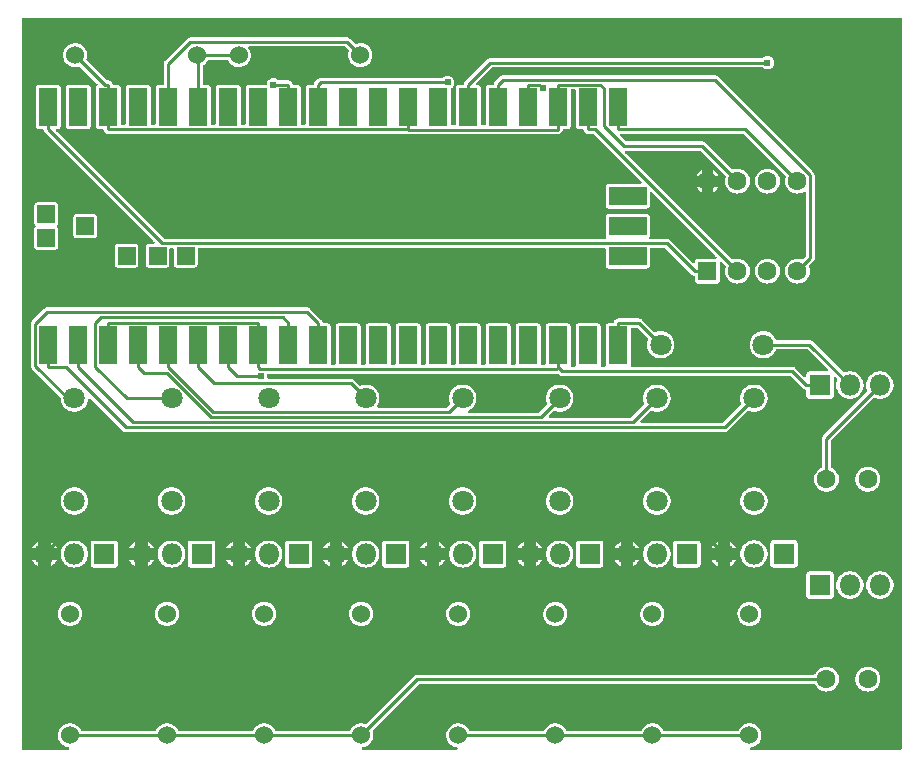
<source format=gtl>
G04 Layer: TopLayer*
G04 EasyEDA v6.5.47, 2024-09-23 22:29:33*
G04 5a6e75cfa2c046329717b22c304bfbd2,c2d4411aa706456985f533cd49438c3a,10*
G04 Gerber Generator version 0.2*
G04 Scale: 100 percent, Rotated: No, Reflected: No *
G04 Dimensions in millimeters *
G04 leading zeros omitted , absolute positions ,4 integer and 5 decimal *
%FSLAX45Y45*%
%MOMM*%

%ADD10C,0.2540*%
%ADD11R,1.6000X3.2000*%
%ADD12R,3.2000X1.6000*%
%ADD13R,1.5000X1.5000*%
%ADD14C,1.6000*%
%ADD15O,1.7999964X1.7999964*%
%ADD16R,1.8000X1.8000*%
%ADD17C,1.5240*%
%ADD18R,1.6002X1.6002*%
%ADD19C,1.6002*%
%ADD20C,1.8000*%
%ADD21C,0.6100*%
%ADD22C,0.0181*%

%LPD*%
G36*
X36068Y-6224066D02*
G01*
X32156Y-6223304D01*
X28905Y-6221120D01*
X26670Y-6217818D01*
X25908Y-6213906D01*
X25908Y-36068D01*
X26670Y-32156D01*
X28905Y-28905D01*
X32156Y-26670D01*
X36068Y-25908D01*
X7463942Y-25908D01*
X7467803Y-26670D01*
X7471105Y-28905D01*
X7473289Y-32156D01*
X7474102Y-36068D01*
X7474102Y-6213906D01*
X7473289Y-6217818D01*
X7471105Y-6221120D01*
X7467803Y-6223304D01*
X7463942Y-6224066D01*
X6200546Y-6224066D01*
X6196330Y-6223152D01*
X6192875Y-6220561D01*
X6190792Y-6216751D01*
X6190538Y-6212433D01*
X6192062Y-6208369D01*
X6195161Y-6205321D01*
X6199225Y-6203848D01*
X6205220Y-6203035D01*
X6218377Y-6199428D01*
X6230924Y-6194094D01*
X6242659Y-6187186D01*
X6253378Y-6178702D01*
X6262878Y-6168898D01*
X6270955Y-6157925D01*
X6277508Y-6145987D01*
X6282385Y-6133236D01*
X6285585Y-6119977D01*
X6286906Y-6106414D01*
X6286449Y-6092799D01*
X6284214Y-6079337D01*
X6280150Y-6066332D01*
X6274409Y-6053937D01*
X6267094Y-6042456D01*
X6258306Y-6032042D01*
X6248146Y-6022898D01*
X6236919Y-6015177D01*
X6224778Y-6009030D01*
X6211874Y-6004560D01*
X6198514Y-6001816D01*
X6184900Y-6000902D01*
X6171285Y-6001816D01*
X6157925Y-6004560D01*
X6145022Y-6009030D01*
X6132880Y-6015177D01*
X6121654Y-6022898D01*
X6111494Y-6032042D01*
X6102705Y-6042456D01*
X6095390Y-6053937D01*
X6093256Y-6058509D01*
X6091021Y-6061608D01*
X6087770Y-6063691D01*
X6084011Y-6064402D01*
X5463895Y-6064402D01*
X5460136Y-6063691D01*
X5456936Y-6061608D01*
X5454700Y-6058509D01*
X5452567Y-6053937D01*
X5445201Y-6042456D01*
X5436412Y-6032042D01*
X5426303Y-6022898D01*
X5415076Y-6015177D01*
X5402884Y-6009030D01*
X5389981Y-6004560D01*
X5376621Y-6001816D01*
X5363006Y-6000902D01*
X5349443Y-6001816D01*
X5336082Y-6004560D01*
X5323179Y-6009030D01*
X5310987Y-6015177D01*
X5299760Y-6022898D01*
X5289651Y-6032042D01*
X5280863Y-6042456D01*
X5273497Y-6053937D01*
X5271363Y-6058509D01*
X5269128Y-6061608D01*
X5265928Y-6063691D01*
X5262168Y-6064402D01*
X4642002Y-6064402D01*
X4638243Y-6063691D01*
X4635042Y-6061608D01*
X4632807Y-6058509D01*
X4630674Y-6053937D01*
X4623358Y-6042456D01*
X4614519Y-6032042D01*
X4604410Y-6022898D01*
X4593183Y-6015177D01*
X4580991Y-6009030D01*
X4568139Y-6004560D01*
X4554778Y-6001816D01*
X4541164Y-6000902D01*
X4527550Y-6001816D01*
X4514189Y-6004560D01*
X4501286Y-6009030D01*
X4489145Y-6015177D01*
X4477867Y-6022898D01*
X4467758Y-6032042D01*
X4458970Y-6042456D01*
X4451654Y-6053937D01*
X4449521Y-6058509D01*
X4447286Y-6061608D01*
X4444034Y-6063691D01*
X4440275Y-6064402D01*
X3820160Y-6064402D01*
X3816400Y-6063691D01*
X3813149Y-6061608D01*
X3810914Y-6058509D01*
X3808831Y-6053937D01*
X3801465Y-6042456D01*
X3792677Y-6032042D01*
X3782568Y-6022898D01*
X3771290Y-6015177D01*
X3759149Y-6009030D01*
X3746246Y-6004560D01*
X3732885Y-6001816D01*
X3719271Y-6000902D01*
X3705656Y-6001816D01*
X3692296Y-6004560D01*
X3679444Y-6009030D01*
X3667251Y-6015177D01*
X3656025Y-6022898D01*
X3645915Y-6032042D01*
X3637076Y-6042456D01*
X3629761Y-6053937D01*
X3624021Y-6066332D01*
X3619957Y-6079337D01*
X3617722Y-6092799D01*
X3617264Y-6106414D01*
X3618636Y-6119977D01*
X3621786Y-6133236D01*
X3626662Y-6145987D01*
X3633215Y-6157925D01*
X3641344Y-6168898D01*
X3650792Y-6178702D01*
X3661511Y-6187186D01*
X3673246Y-6194094D01*
X3685794Y-6199428D01*
X3698951Y-6203035D01*
X3704996Y-6203848D01*
X3709060Y-6205321D01*
X3712159Y-6208369D01*
X3713683Y-6212433D01*
X3713378Y-6216751D01*
X3711295Y-6220561D01*
X3707841Y-6223152D01*
X3703624Y-6224066D01*
X2913075Y-6224066D01*
X2908858Y-6223152D01*
X2905404Y-6220561D01*
X2903321Y-6216751D01*
X2903016Y-6212433D01*
X2904540Y-6208369D01*
X2907639Y-6205321D01*
X2911703Y-6203848D01*
X2917748Y-6203035D01*
X2930906Y-6199428D01*
X2943453Y-6194094D01*
X2955188Y-6187186D01*
X2965907Y-6178702D01*
X2975356Y-6168898D01*
X2983484Y-6157925D01*
X2990037Y-6145987D01*
X2994914Y-6133236D01*
X2998063Y-6119977D01*
X2999435Y-6106414D01*
X2998978Y-6092799D01*
X2996742Y-6079337D01*
X2993542Y-6069177D01*
X2993136Y-6065520D01*
X2993999Y-6061964D01*
X2996082Y-6058966D01*
X3387344Y-5667705D01*
X3390646Y-5665470D01*
X3394557Y-5664708D01*
X6731914Y-5664708D01*
X6735572Y-5665419D01*
X6738772Y-5667400D01*
X6741007Y-5670397D01*
X6745274Y-5679033D01*
X6752996Y-5690565D01*
X6762140Y-5700979D01*
X6772554Y-5710123D01*
X6784035Y-5717794D01*
X6796481Y-5723940D01*
X6809587Y-5728360D01*
X6823151Y-5731103D01*
X6836968Y-5731967D01*
X6850786Y-5731103D01*
X6864400Y-5728360D01*
X6877507Y-5723940D01*
X6889953Y-5717794D01*
X6901434Y-5710123D01*
X6911848Y-5700979D01*
X6920992Y-5690565D01*
X6928713Y-5679033D01*
X6934809Y-5666638D01*
X6939280Y-5653481D01*
X6941972Y-5639917D01*
X6942886Y-5626100D01*
X6941972Y-5612282D01*
X6939280Y-5598718D01*
X6934809Y-5585561D01*
X6928713Y-5573166D01*
X6920992Y-5561634D01*
X6911848Y-5551220D01*
X6901434Y-5542076D01*
X6889953Y-5534406D01*
X6877507Y-5528259D01*
X6864400Y-5523839D01*
X6850786Y-5521096D01*
X6836968Y-5520232D01*
X6823151Y-5521096D01*
X6809587Y-5523839D01*
X6796481Y-5528259D01*
X6784035Y-5534406D01*
X6772554Y-5542076D01*
X6762140Y-5551220D01*
X6752996Y-5561634D01*
X6745274Y-5573166D01*
X6741007Y-5581802D01*
X6738772Y-5584799D01*
X6735572Y-5586780D01*
X6731914Y-5587492D01*
X3374847Y-5587492D01*
X3366820Y-5588304D01*
X3359607Y-5590489D01*
X3352901Y-5594045D01*
X3346704Y-5599176D01*
X2941421Y-6004407D01*
X2938322Y-6006541D01*
X2934665Y-6007354D01*
X2930906Y-6006795D01*
X2924403Y-6004560D01*
X2911043Y-6001816D01*
X2897428Y-6000902D01*
X2883814Y-6001816D01*
X2870454Y-6004560D01*
X2857550Y-6009030D01*
X2845409Y-6015177D01*
X2834132Y-6022898D01*
X2824022Y-6032042D01*
X2815234Y-6042456D01*
X2807868Y-6053937D01*
X2805785Y-6058509D01*
X2803550Y-6061608D01*
X2800299Y-6063691D01*
X2796540Y-6064402D01*
X2176424Y-6064402D01*
X2172665Y-6063691D01*
X2169414Y-6061608D01*
X2167178Y-6058509D01*
X2165045Y-6053937D01*
X2157730Y-6042456D01*
X2148941Y-6032042D01*
X2138832Y-6022898D01*
X2127554Y-6015177D01*
X2115413Y-6009030D01*
X2102510Y-6004560D01*
X2089150Y-6001816D01*
X2075535Y-6000902D01*
X2061921Y-6001816D01*
X2048560Y-6004560D01*
X2035708Y-6009030D01*
X2023516Y-6015177D01*
X2012289Y-6022898D01*
X2002180Y-6032042D01*
X1993341Y-6042456D01*
X1986025Y-6053937D01*
X1983892Y-6058509D01*
X1981657Y-6061608D01*
X1978456Y-6063691D01*
X1974697Y-6064402D01*
X1354531Y-6064402D01*
X1350772Y-6063691D01*
X1347571Y-6061608D01*
X1345336Y-6058509D01*
X1343202Y-6053937D01*
X1335836Y-6042456D01*
X1327048Y-6032042D01*
X1316939Y-6022898D01*
X1305712Y-6015177D01*
X1293520Y-6009030D01*
X1280617Y-6004560D01*
X1267256Y-6001816D01*
X1253693Y-6000902D01*
X1240078Y-6001816D01*
X1226718Y-6004560D01*
X1213815Y-6009030D01*
X1201623Y-6015177D01*
X1190396Y-6022898D01*
X1180287Y-6032042D01*
X1171498Y-6042456D01*
X1164132Y-6053937D01*
X1161999Y-6058509D01*
X1159764Y-6061608D01*
X1156563Y-6063691D01*
X1152804Y-6064402D01*
X532688Y-6064402D01*
X528929Y-6063691D01*
X525678Y-6061608D01*
X523443Y-6058509D01*
X521309Y-6053937D01*
X513994Y-6042456D01*
X505206Y-6032042D01*
X495046Y-6022898D01*
X483819Y-6015177D01*
X471678Y-6009030D01*
X458774Y-6004560D01*
X445414Y-6001816D01*
X431800Y-6000902D01*
X418185Y-6001816D01*
X404825Y-6004560D01*
X391922Y-6009030D01*
X379780Y-6015177D01*
X368554Y-6022898D01*
X358394Y-6032042D01*
X349605Y-6042456D01*
X342290Y-6053937D01*
X336550Y-6066332D01*
X332486Y-6079337D01*
X330250Y-6092799D01*
X329793Y-6106414D01*
X331114Y-6119977D01*
X334314Y-6133236D01*
X339191Y-6145987D01*
X345744Y-6157925D01*
X353822Y-6168898D01*
X363321Y-6178702D01*
X374040Y-6187186D01*
X385775Y-6194094D01*
X398322Y-6199428D01*
X411480Y-6203035D01*
X417474Y-6203848D01*
X421538Y-6205321D01*
X424637Y-6208369D01*
X426161Y-6212433D01*
X425907Y-6216751D01*
X423824Y-6220561D01*
X420370Y-6223152D01*
X416153Y-6224066D01*
G37*

%LPC*%
G36*
X7186980Y-5731967D02*
G01*
X7200798Y-5731103D01*
X7214412Y-5728360D01*
X7227519Y-5723940D01*
X7239965Y-5717794D01*
X7251446Y-5710123D01*
X7261859Y-5700979D01*
X7271003Y-5690565D01*
X7278725Y-5679033D01*
X7284821Y-5666638D01*
X7289292Y-5653481D01*
X7291984Y-5639917D01*
X7292898Y-5626100D01*
X7291984Y-5612282D01*
X7289292Y-5598718D01*
X7284821Y-5585561D01*
X7278725Y-5573166D01*
X7271003Y-5561634D01*
X7261859Y-5551220D01*
X7251446Y-5542076D01*
X7239965Y-5534406D01*
X7227519Y-5528259D01*
X7214412Y-5523839D01*
X7200798Y-5521096D01*
X7186980Y-5520232D01*
X7173163Y-5521096D01*
X7159599Y-5523839D01*
X7146493Y-5528259D01*
X7134047Y-5534406D01*
X7122566Y-5542076D01*
X7112152Y-5551220D01*
X7103008Y-5561634D01*
X7095286Y-5573166D01*
X7089190Y-5585561D01*
X7084720Y-5598718D01*
X7082028Y-5612282D01*
X7081113Y-5626100D01*
X7082028Y-5639917D01*
X7084720Y-5653481D01*
X7089190Y-5666638D01*
X7095286Y-5679033D01*
X7103008Y-5690565D01*
X7112152Y-5700979D01*
X7122566Y-5710123D01*
X7134047Y-5717794D01*
X7146493Y-5723940D01*
X7159599Y-5728360D01*
X7173163Y-5731103D01*
G37*
G36*
X3712464Y-5174843D02*
G01*
X3726129Y-5174843D01*
X3739642Y-5173014D01*
X3752748Y-5169458D01*
X3765346Y-5164124D01*
X3777081Y-5157165D01*
X3787749Y-5148732D01*
X3797249Y-5138928D01*
X3805326Y-5127955D01*
X3811879Y-5115966D01*
X3816807Y-5103266D01*
X3819956Y-5089956D01*
X3821328Y-5076393D01*
X3820871Y-5062778D01*
X3818585Y-5049316D01*
X3814572Y-5036312D01*
X3808831Y-5023916D01*
X3801465Y-5012436D01*
X3792677Y-5002022D01*
X3782568Y-4992878D01*
X3771290Y-4985156D01*
X3759149Y-4979009D01*
X3746246Y-4974539D01*
X3732885Y-4971846D01*
X3719271Y-4970932D01*
X3705656Y-4971846D01*
X3692296Y-4974539D01*
X3679444Y-4979009D01*
X3667251Y-4985156D01*
X3656025Y-4992878D01*
X3645915Y-5002022D01*
X3637076Y-5012436D01*
X3629761Y-5023916D01*
X3624021Y-5036312D01*
X3619957Y-5049316D01*
X3617722Y-5062778D01*
X3617264Y-5076393D01*
X3618636Y-5089956D01*
X3621786Y-5103266D01*
X3626662Y-5115966D01*
X3633215Y-5127955D01*
X3641344Y-5138928D01*
X3650792Y-5148732D01*
X3661511Y-5157165D01*
X3673246Y-5164124D01*
X3685794Y-5169458D01*
X3698951Y-5173014D01*
G37*
G36*
X6178092Y-5174843D02*
G01*
X6191707Y-5174843D01*
X6205220Y-5173014D01*
X6218377Y-5169458D01*
X6230924Y-5164124D01*
X6242659Y-5157165D01*
X6253378Y-5148732D01*
X6262878Y-5138928D01*
X6270955Y-5127955D01*
X6277508Y-5115966D01*
X6282385Y-5103266D01*
X6285585Y-5089956D01*
X6286906Y-5076393D01*
X6286449Y-5062778D01*
X6284214Y-5049316D01*
X6280150Y-5036312D01*
X6274409Y-5023916D01*
X6267094Y-5012436D01*
X6258306Y-5002022D01*
X6248146Y-4992878D01*
X6236919Y-4985156D01*
X6224778Y-4979009D01*
X6211874Y-4974539D01*
X6198514Y-4971846D01*
X6184900Y-4970932D01*
X6171285Y-4971846D01*
X6157925Y-4974539D01*
X6145022Y-4979009D01*
X6132880Y-4985156D01*
X6121654Y-4992878D01*
X6111494Y-5002022D01*
X6102705Y-5012436D01*
X6095390Y-5023916D01*
X6089650Y-5036312D01*
X6085586Y-5049316D01*
X6083350Y-5062778D01*
X6082893Y-5076393D01*
X6084214Y-5089956D01*
X6087414Y-5103266D01*
X6092291Y-5115966D01*
X6098844Y-5127955D01*
X6106922Y-5138928D01*
X6116421Y-5148732D01*
X6127140Y-5157165D01*
X6138875Y-5164124D01*
X6151422Y-5169458D01*
X6164580Y-5173014D01*
G37*
G36*
X2890570Y-5174843D02*
G01*
X2904236Y-5174843D01*
X2917748Y-5173014D01*
X2930906Y-5169458D01*
X2943453Y-5164124D01*
X2955188Y-5157165D01*
X2965907Y-5148732D01*
X2975356Y-5138928D01*
X2983484Y-5127955D01*
X2990037Y-5115966D01*
X2994914Y-5103266D01*
X2998063Y-5089956D01*
X2999435Y-5076393D01*
X2998978Y-5062778D01*
X2996742Y-5049316D01*
X2992678Y-5036312D01*
X2986938Y-5023916D01*
X2979623Y-5012436D01*
X2970784Y-5002022D01*
X2960674Y-4992878D01*
X2949448Y-4985156D01*
X2937256Y-4979009D01*
X2924403Y-4974539D01*
X2911043Y-4971846D01*
X2897428Y-4970932D01*
X2883814Y-4971846D01*
X2870454Y-4974539D01*
X2857550Y-4979009D01*
X2845409Y-4985156D01*
X2834132Y-4992878D01*
X2824022Y-5002022D01*
X2815234Y-5012436D01*
X2807868Y-5023916D01*
X2802128Y-5036312D01*
X2798114Y-5049316D01*
X2795828Y-5062778D01*
X2795371Y-5076393D01*
X2796743Y-5089956D01*
X2799892Y-5103266D01*
X2804820Y-5115966D01*
X2811373Y-5127955D01*
X2819450Y-5138928D01*
X2828950Y-5148732D01*
X2839618Y-5157165D01*
X2851353Y-5164124D01*
X2863951Y-5169458D01*
X2877058Y-5173014D01*
G37*
G36*
X4534357Y-5174843D02*
G01*
X4547971Y-5174843D01*
X4561484Y-5173014D01*
X4574641Y-5169458D01*
X4587189Y-5164124D01*
X4598924Y-5157165D01*
X4609642Y-5148732D01*
X4619091Y-5138928D01*
X4627219Y-5127955D01*
X4633772Y-5115966D01*
X4638649Y-5103266D01*
X4641799Y-5089956D01*
X4643170Y-5076393D01*
X4642713Y-5062778D01*
X4640478Y-5049316D01*
X4636414Y-5036312D01*
X4630674Y-5023916D01*
X4623358Y-5012436D01*
X4614519Y-5002022D01*
X4604410Y-4992878D01*
X4593183Y-4985156D01*
X4580991Y-4979009D01*
X4568139Y-4974539D01*
X4554778Y-4971846D01*
X4541164Y-4970932D01*
X4527550Y-4971846D01*
X4514189Y-4974539D01*
X4501286Y-4979009D01*
X4489145Y-4985156D01*
X4477867Y-4992878D01*
X4467758Y-5002022D01*
X4458970Y-5012436D01*
X4451654Y-5023916D01*
X4445914Y-5036312D01*
X4441850Y-5049316D01*
X4439564Y-5062778D01*
X4439107Y-5076393D01*
X4440478Y-5089956D01*
X4443679Y-5103266D01*
X4448556Y-5115966D01*
X4455109Y-5127955D01*
X4463186Y-5138928D01*
X4472686Y-5148732D01*
X4483404Y-5157165D01*
X4495139Y-5164124D01*
X4507687Y-5169458D01*
X4520844Y-5173014D01*
G37*
G36*
X2068728Y-5174843D02*
G01*
X2082342Y-5174843D01*
X2095855Y-5173014D01*
X2109012Y-5169458D01*
X2121560Y-5164124D01*
X2133295Y-5157165D01*
X2144014Y-5148732D01*
X2153513Y-5138928D01*
X2161590Y-5127955D01*
X2168144Y-5115966D01*
X2173020Y-5103266D01*
X2176221Y-5089956D01*
X2177592Y-5076393D01*
X2177135Y-5062778D01*
X2174849Y-5049316D01*
X2170785Y-5036312D01*
X2165045Y-5023916D01*
X2157730Y-5012436D01*
X2148941Y-5002022D01*
X2138832Y-4992878D01*
X2127554Y-4985156D01*
X2115413Y-4979009D01*
X2102510Y-4974539D01*
X2089150Y-4971846D01*
X2075535Y-4970932D01*
X2061921Y-4971846D01*
X2048560Y-4974539D01*
X2035708Y-4979009D01*
X2023516Y-4985156D01*
X2012289Y-4992878D01*
X2002180Y-5002022D01*
X1993341Y-5012436D01*
X1986025Y-5023916D01*
X1980285Y-5036312D01*
X1976221Y-5049316D01*
X1973986Y-5062778D01*
X1973529Y-5076393D01*
X1974900Y-5089956D01*
X1978050Y-5103266D01*
X1982927Y-5115966D01*
X1989480Y-5127955D01*
X1997608Y-5138928D01*
X2007057Y-5148732D01*
X2017775Y-5157165D01*
X2029510Y-5164124D01*
X2042058Y-5169458D01*
X2055215Y-5173014D01*
G37*
G36*
X5356199Y-5174843D02*
G01*
X5369864Y-5174843D01*
X5383377Y-5173014D01*
X5396534Y-5169458D01*
X5409082Y-5164124D01*
X5420817Y-5157165D01*
X5431485Y-5148732D01*
X5440984Y-5138928D01*
X5449062Y-5127955D01*
X5455615Y-5115966D01*
X5460542Y-5103266D01*
X5463692Y-5089956D01*
X5465064Y-5076393D01*
X5464606Y-5062778D01*
X5462320Y-5049316D01*
X5458307Y-5036312D01*
X5452567Y-5023916D01*
X5445201Y-5012436D01*
X5436412Y-5002022D01*
X5426303Y-4992878D01*
X5415076Y-4985156D01*
X5402884Y-4979009D01*
X5389981Y-4974539D01*
X5376621Y-4971846D01*
X5363006Y-4970932D01*
X5349443Y-4971846D01*
X5336082Y-4974539D01*
X5323179Y-4979009D01*
X5310987Y-4985156D01*
X5299760Y-4992878D01*
X5289651Y-5002022D01*
X5280863Y-5012436D01*
X5273497Y-5023916D01*
X5267756Y-5036312D01*
X5263743Y-5049316D01*
X5261457Y-5062778D01*
X5261000Y-5076393D01*
X5262372Y-5089956D01*
X5265521Y-5103266D01*
X5270449Y-5115966D01*
X5277002Y-5127955D01*
X5285079Y-5138928D01*
X5294528Y-5148732D01*
X5305247Y-5157165D01*
X5316982Y-5164124D01*
X5329529Y-5169458D01*
X5342686Y-5173014D01*
G37*
G36*
X424992Y-5174843D02*
G01*
X438607Y-5174843D01*
X452120Y-5173014D01*
X465277Y-5169458D01*
X477824Y-5164124D01*
X489559Y-5157165D01*
X500278Y-5148732D01*
X509778Y-5138928D01*
X517855Y-5127955D01*
X524408Y-5115966D01*
X529285Y-5103266D01*
X532485Y-5089956D01*
X533806Y-5076393D01*
X533349Y-5062778D01*
X531114Y-5049316D01*
X527050Y-5036312D01*
X521309Y-5023916D01*
X513994Y-5012436D01*
X505206Y-5002022D01*
X495046Y-4992878D01*
X483819Y-4985156D01*
X471678Y-4979009D01*
X458774Y-4974539D01*
X445414Y-4971846D01*
X431800Y-4970932D01*
X418185Y-4971846D01*
X404825Y-4974539D01*
X391922Y-4979009D01*
X379780Y-4985156D01*
X368554Y-4992878D01*
X358394Y-5002022D01*
X349605Y-5012436D01*
X342290Y-5023916D01*
X336550Y-5036312D01*
X332486Y-5049316D01*
X330250Y-5062778D01*
X329793Y-5076393D01*
X331114Y-5089956D01*
X334314Y-5103266D01*
X339191Y-5115966D01*
X345744Y-5127955D01*
X353822Y-5138928D01*
X363321Y-5148732D01*
X374040Y-5157165D01*
X385775Y-5164124D01*
X398322Y-5169458D01*
X411480Y-5173014D01*
G37*
G36*
X1246835Y-5174843D02*
G01*
X1260500Y-5174843D01*
X1274013Y-5173014D01*
X1287170Y-5169458D01*
X1299718Y-5164124D01*
X1311452Y-5157165D01*
X1322171Y-5148732D01*
X1331620Y-5138928D01*
X1339697Y-5127955D01*
X1346250Y-5115966D01*
X1351178Y-5103266D01*
X1354328Y-5089956D01*
X1355699Y-5076393D01*
X1355242Y-5062778D01*
X1352956Y-5049316D01*
X1348943Y-5036312D01*
X1343202Y-5023916D01*
X1335836Y-5012436D01*
X1327048Y-5002022D01*
X1316939Y-4992878D01*
X1305712Y-4985156D01*
X1293520Y-4979009D01*
X1280617Y-4974539D01*
X1267256Y-4971846D01*
X1253693Y-4970932D01*
X1240078Y-4971846D01*
X1226718Y-4974539D01*
X1213815Y-4979009D01*
X1201623Y-4985156D01*
X1190396Y-4992878D01*
X1180287Y-5002022D01*
X1171498Y-5012436D01*
X1164132Y-5023916D01*
X1158392Y-5036312D01*
X1154379Y-5049316D01*
X1152093Y-5062778D01*
X1151636Y-5076393D01*
X1153007Y-5089956D01*
X1156157Y-5103266D01*
X1161084Y-5115966D01*
X1167638Y-5127955D01*
X1175715Y-5138928D01*
X1185214Y-5148732D01*
X1195882Y-5157165D01*
X1207617Y-5164124D01*
X1220165Y-5169458D01*
X1233322Y-5173014D01*
G37*
G36*
X7035800Y-4945126D02*
G01*
X7050328Y-4944211D01*
X7064603Y-4941468D01*
X7078472Y-4936947D01*
X7091629Y-4930749D01*
X7103922Y-4922977D01*
X7115149Y-4913680D01*
X7125106Y-4903063D01*
X7133640Y-4891328D01*
X7140651Y-4878578D01*
X7146036Y-4865014D01*
X7149642Y-4850942D01*
X7151471Y-4836515D01*
X7151471Y-4821936D01*
X7149642Y-4807508D01*
X7146036Y-4793386D01*
X7140651Y-4779873D01*
X7133640Y-4767122D01*
X7125106Y-4755337D01*
X7115149Y-4744720D01*
X7103922Y-4735474D01*
X7091629Y-4727651D01*
X7078472Y-4721453D01*
X7064603Y-4716983D01*
X7050328Y-4714240D01*
X7035800Y-4713325D01*
X7021271Y-4714240D01*
X7006996Y-4716983D01*
X6993128Y-4721453D01*
X6979970Y-4727651D01*
X6967677Y-4735474D01*
X6956450Y-4744720D01*
X6946493Y-4755337D01*
X6937959Y-4767122D01*
X6930948Y-4779873D01*
X6925564Y-4793386D01*
X6921957Y-4807508D01*
X6920128Y-4821936D01*
X6920128Y-4836515D01*
X6921957Y-4850942D01*
X6925564Y-4865014D01*
X6930948Y-4878578D01*
X6937959Y-4891328D01*
X6946493Y-4903063D01*
X6956450Y-4913680D01*
X6967677Y-4922977D01*
X6979970Y-4930749D01*
X6993128Y-4936947D01*
X7006996Y-4941468D01*
X7021271Y-4944211D01*
G37*
G36*
X7289800Y-4945126D02*
G01*
X7304328Y-4944211D01*
X7318603Y-4941468D01*
X7332472Y-4936947D01*
X7345629Y-4930749D01*
X7357922Y-4922977D01*
X7369149Y-4913680D01*
X7379106Y-4903063D01*
X7387640Y-4891328D01*
X7394651Y-4878578D01*
X7400036Y-4865014D01*
X7403642Y-4850942D01*
X7405471Y-4836515D01*
X7405471Y-4821936D01*
X7403642Y-4807508D01*
X7400036Y-4793386D01*
X7394651Y-4779873D01*
X7387640Y-4767122D01*
X7379106Y-4755337D01*
X7369149Y-4744720D01*
X7357922Y-4735474D01*
X7345629Y-4727651D01*
X7332472Y-4721453D01*
X7318603Y-4716983D01*
X7304328Y-4714240D01*
X7289800Y-4713325D01*
X7275271Y-4714240D01*
X7260996Y-4716983D01*
X7247128Y-4721453D01*
X7233970Y-4727651D01*
X7221677Y-4735474D01*
X7210450Y-4744720D01*
X7200493Y-4755337D01*
X7191959Y-4767122D01*
X7184948Y-4779873D01*
X7179564Y-4793386D01*
X7175957Y-4807508D01*
X7174128Y-4821936D01*
X7174128Y-4836515D01*
X7175957Y-4850942D01*
X7179564Y-4865014D01*
X7184948Y-4878578D01*
X7191959Y-4891328D01*
X7200493Y-4903063D01*
X7210450Y-4913680D01*
X7221677Y-4922977D01*
X7233970Y-4930749D01*
X7247128Y-4936947D01*
X7260996Y-4941468D01*
X7275271Y-4944211D01*
G37*
G36*
X6692392Y-4945126D02*
G01*
X6871208Y-4945126D01*
X6877558Y-4944414D01*
X6882993Y-4942484D01*
X6887921Y-4939436D01*
X6891985Y-4935321D01*
X6895084Y-4930444D01*
X6897014Y-4924958D01*
X6897725Y-4918659D01*
X6897725Y-4739792D01*
X6897014Y-4733442D01*
X6895084Y-4728006D01*
X6891985Y-4723079D01*
X6887921Y-4719015D01*
X6882993Y-4715916D01*
X6877558Y-4714036D01*
X6871208Y-4713325D01*
X6692392Y-4713325D01*
X6686042Y-4714036D01*
X6680606Y-4715916D01*
X6675678Y-4719015D01*
X6671614Y-4723079D01*
X6668516Y-4728006D01*
X6666585Y-4733442D01*
X6665874Y-4739792D01*
X6665874Y-4918659D01*
X6666585Y-4924958D01*
X6668516Y-4930444D01*
X6671614Y-4935321D01*
X6675678Y-4939436D01*
X6680606Y-4942484D01*
X6686042Y-4944414D01*
G37*
G36*
X1456334Y-4681575D02*
G01*
X1635201Y-4681575D01*
X1641551Y-4680864D01*
X1646986Y-4678934D01*
X1651863Y-4675835D01*
X1655978Y-4671771D01*
X1659077Y-4666843D01*
X1660956Y-4661408D01*
X1661668Y-4655058D01*
X1661668Y-4476242D01*
X1660956Y-4469892D01*
X1659077Y-4464456D01*
X1655978Y-4459528D01*
X1651863Y-4455464D01*
X1646986Y-4452366D01*
X1641551Y-4450435D01*
X1635201Y-4449724D01*
X1456334Y-4449724D01*
X1450035Y-4450435D01*
X1444548Y-4452366D01*
X1439672Y-4455464D01*
X1435557Y-4459528D01*
X1432509Y-4464456D01*
X1430578Y-4469892D01*
X1429867Y-4476242D01*
X1429867Y-4655058D01*
X1430578Y-4661408D01*
X1432509Y-4666843D01*
X1435557Y-4671771D01*
X1439672Y-4675835D01*
X1444548Y-4678934D01*
X1450035Y-4680864D01*
G37*
G36*
X634492Y-4681575D02*
G01*
X813308Y-4681575D01*
X819658Y-4680864D01*
X825093Y-4678934D01*
X830021Y-4675835D01*
X834085Y-4671771D01*
X837184Y-4666843D01*
X839114Y-4661408D01*
X839825Y-4655058D01*
X839825Y-4476242D01*
X839114Y-4469892D01*
X837184Y-4464456D01*
X834085Y-4459528D01*
X830021Y-4455464D01*
X825093Y-4452366D01*
X819658Y-4450435D01*
X813308Y-4449724D01*
X634492Y-4449724D01*
X628142Y-4450435D01*
X622706Y-4452366D01*
X617778Y-4455464D01*
X613714Y-4459528D01*
X610616Y-4464456D01*
X608685Y-4469892D01*
X607974Y-4476242D01*
X607974Y-4655058D01*
X608685Y-4661408D01*
X610616Y-4666843D01*
X613714Y-4671771D01*
X617778Y-4675835D01*
X622706Y-4678934D01*
X628142Y-4680864D01*
G37*
G36*
X4743805Y-4681575D02*
G01*
X4922672Y-4681575D01*
X4929022Y-4680864D01*
X4934458Y-4678934D01*
X4939385Y-4675835D01*
X4943449Y-4671771D01*
X4946548Y-4666843D01*
X4948478Y-4661408D01*
X4949190Y-4655108D01*
X4949190Y-4476242D01*
X4948478Y-4469892D01*
X4946548Y-4464456D01*
X4943449Y-4459528D01*
X4939385Y-4455464D01*
X4934458Y-4452366D01*
X4929022Y-4450435D01*
X4922672Y-4449724D01*
X4743805Y-4449724D01*
X4737506Y-4450435D01*
X4732070Y-4452366D01*
X4727143Y-4455464D01*
X4723079Y-4459528D01*
X4719980Y-4464456D01*
X4718050Y-4469892D01*
X4717338Y-4476242D01*
X4717338Y-4655108D01*
X4718050Y-4661408D01*
X4719980Y-4666843D01*
X4723079Y-4671771D01*
X4727143Y-4675835D01*
X4732070Y-4678934D01*
X4737506Y-4680864D01*
G37*
G36*
X6387592Y-4681575D02*
G01*
X6566408Y-4681575D01*
X6572758Y-4680864D01*
X6578193Y-4678934D01*
X6583121Y-4675835D01*
X6587185Y-4671771D01*
X6590284Y-4666843D01*
X6592214Y-4661408D01*
X6592925Y-4655058D01*
X6592925Y-4476242D01*
X6592214Y-4469892D01*
X6590284Y-4464456D01*
X6587185Y-4459528D01*
X6583121Y-4455464D01*
X6578193Y-4452366D01*
X6572758Y-4450435D01*
X6566408Y-4449724D01*
X6387592Y-4449724D01*
X6381242Y-4450435D01*
X6375806Y-4452366D01*
X6370878Y-4455464D01*
X6366814Y-4459528D01*
X6363716Y-4464456D01*
X6361785Y-4469892D01*
X6361074Y-4476242D01*
X6361074Y-4655058D01*
X6361785Y-4661408D01*
X6363716Y-4666843D01*
X6366814Y-4671771D01*
X6370878Y-4675835D01*
X6375806Y-4678934D01*
X6381242Y-4680864D01*
G37*
G36*
X3100120Y-4681575D02*
G01*
X3278936Y-4681575D01*
X3285286Y-4680864D01*
X3290722Y-4678934D01*
X3295650Y-4675835D01*
X3299714Y-4671771D01*
X3302812Y-4666843D01*
X3304743Y-4661408D01*
X3305454Y-4655058D01*
X3305454Y-4476242D01*
X3304743Y-4469892D01*
X3302812Y-4464456D01*
X3299714Y-4459528D01*
X3295650Y-4455464D01*
X3290722Y-4452366D01*
X3285286Y-4450435D01*
X3278936Y-4449724D01*
X3100120Y-4449724D01*
X3093770Y-4450435D01*
X3088335Y-4452366D01*
X3083407Y-4455464D01*
X3079343Y-4459528D01*
X3076244Y-4464456D01*
X3074314Y-4469892D01*
X3073603Y-4476242D01*
X3073603Y-4655058D01*
X3074314Y-4661408D01*
X3076244Y-4666843D01*
X3079343Y-4671771D01*
X3083407Y-4675835D01*
X3088335Y-4678934D01*
X3093770Y-4680864D01*
G37*
G36*
X2278227Y-4681575D02*
G01*
X2457094Y-4681575D01*
X2463393Y-4680864D01*
X2468880Y-4678934D01*
X2473756Y-4675835D01*
X2477871Y-4671771D01*
X2480919Y-4666843D01*
X2482850Y-4661408D01*
X2483561Y-4655058D01*
X2483561Y-4476242D01*
X2482850Y-4469892D01*
X2480919Y-4464456D01*
X2477871Y-4459528D01*
X2473756Y-4455464D01*
X2468880Y-4452366D01*
X2463393Y-4450435D01*
X2457094Y-4449724D01*
X2278227Y-4449724D01*
X2271877Y-4450435D01*
X2266442Y-4452366D01*
X2261514Y-4455464D01*
X2257450Y-4459528D01*
X2254351Y-4464456D01*
X2252472Y-4469892D01*
X2251760Y-4476242D01*
X2251760Y-4655058D01*
X2252472Y-4661408D01*
X2254351Y-4666843D01*
X2257450Y-4671771D01*
X2261514Y-4675835D01*
X2266442Y-4678934D01*
X2271877Y-4680864D01*
G37*
G36*
X3921963Y-4681575D02*
G01*
X4100829Y-4681575D01*
X4107129Y-4680864D01*
X4112615Y-4678934D01*
X4117492Y-4675835D01*
X4121607Y-4671771D01*
X4124655Y-4666843D01*
X4126585Y-4661408D01*
X4127296Y-4655108D01*
X4127296Y-4476242D01*
X4126585Y-4469892D01*
X4124655Y-4464456D01*
X4121607Y-4459528D01*
X4117492Y-4455464D01*
X4112615Y-4452366D01*
X4107129Y-4450435D01*
X4100829Y-4449724D01*
X3921963Y-4449724D01*
X3915664Y-4450435D01*
X3910177Y-4452366D01*
X3905300Y-4455464D01*
X3901186Y-4459528D01*
X3898087Y-4464456D01*
X3896207Y-4469892D01*
X3895496Y-4476242D01*
X3895496Y-4655108D01*
X3896207Y-4661408D01*
X3898087Y-4666843D01*
X3901186Y-4671771D01*
X3905300Y-4675835D01*
X3910177Y-4678934D01*
X3915664Y-4680864D01*
G37*
G36*
X5565698Y-4681575D02*
G01*
X5744565Y-4681575D01*
X5750864Y-4680864D01*
X5756351Y-4678934D01*
X5761228Y-4675835D01*
X5765342Y-4671771D01*
X5768390Y-4666843D01*
X5770321Y-4661408D01*
X5771032Y-4655108D01*
X5771032Y-4476242D01*
X5770321Y-4469892D01*
X5768390Y-4464456D01*
X5765342Y-4459528D01*
X5761228Y-4455464D01*
X5756351Y-4452366D01*
X5750864Y-4450435D01*
X5744565Y-4449724D01*
X5565698Y-4449724D01*
X5559348Y-4450435D01*
X5553913Y-4452366D01*
X5548985Y-4455464D01*
X5544921Y-4459528D01*
X5541822Y-4464456D01*
X5539943Y-4469892D01*
X5539232Y-4476242D01*
X5539232Y-4655108D01*
X5539943Y-4661408D01*
X5541822Y-4666843D01*
X5544921Y-4671771D01*
X5548985Y-4675835D01*
X5553913Y-4678934D01*
X5559348Y-4680864D01*
G37*
G36*
X1291793Y-4681524D02*
G01*
X1306322Y-4680610D01*
X1320596Y-4677918D01*
X1334414Y-4673396D01*
X1347622Y-4667199D01*
X1359916Y-4659426D01*
X1371092Y-4650130D01*
X1381048Y-4639513D01*
X1389634Y-4627727D01*
X1396644Y-4614976D01*
X1401978Y-4601464D01*
X1405585Y-4587341D01*
X1407414Y-4572914D01*
X1407414Y-4558385D01*
X1405585Y-4543958D01*
X1401978Y-4529836D01*
X1396644Y-4516323D01*
X1389634Y-4503572D01*
X1381048Y-4491786D01*
X1371092Y-4481169D01*
X1359916Y-4471873D01*
X1347622Y-4464100D01*
X1334414Y-4457903D01*
X1320596Y-4453382D01*
X1306322Y-4450689D01*
X1291793Y-4449775D01*
X1277264Y-4450689D01*
X1262938Y-4453382D01*
X1249121Y-4457903D01*
X1235964Y-4464100D01*
X1223670Y-4471873D01*
X1212443Y-4481169D01*
X1202486Y-4491786D01*
X1193952Y-4503572D01*
X1186942Y-4516323D01*
X1181557Y-4529836D01*
X1177950Y-4543958D01*
X1176121Y-4558385D01*
X1176121Y-4572914D01*
X1177950Y-4587341D01*
X1181557Y-4601464D01*
X1186942Y-4614976D01*
X1193952Y-4627727D01*
X1202486Y-4639513D01*
X1212443Y-4650130D01*
X1223670Y-4659426D01*
X1235964Y-4667199D01*
X1249121Y-4673396D01*
X1262938Y-4677918D01*
X1277264Y-4680610D01*
G37*
G36*
X469900Y-4681524D02*
G01*
X484428Y-4680610D01*
X498703Y-4677918D01*
X512572Y-4673396D01*
X525729Y-4667199D01*
X538022Y-4659426D01*
X549249Y-4650130D01*
X559206Y-4639513D01*
X567740Y-4627727D01*
X574751Y-4614976D01*
X580136Y-4601464D01*
X583742Y-4587341D01*
X585571Y-4572914D01*
X585571Y-4558385D01*
X583742Y-4543958D01*
X580136Y-4529836D01*
X574751Y-4516323D01*
X567740Y-4503572D01*
X559206Y-4491786D01*
X549249Y-4481169D01*
X538022Y-4471873D01*
X525729Y-4464100D01*
X512572Y-4457903D01*
X498703Y-4453382D01*
X484428Y-4450689D01*
X469900Y-4449775D01*
X455371Y-4450689D01*
X441096Y-4453382D01*
X427228Y-4457903D01*
X414070Y-4464100D01*
X401777Y-4471873D01*
X390550Y-4481169D01*
X380593Y-4491786D01*
X372059Y-4503572D01*
X365048Y-4516323D01*
X359664Y-4529836D01*
X356057Y-4543958D01*
X354228Y-4558385D01*
X354228Y-4572914D01*
X356057Y-4587341D01*
X359664Y-4601464D01*
X365048Y-4614976D01*
X372059Y-4627727D01*
X380593Y-4639513D01*
X390550Y-4650130D01*
X401777Y-4659426D01*
X414070Y-4667199D01*
X427228Y-4673396D01*
X441096Y-4677918D01*
X455371Y-4680610D01*
G37*
G36*
X3757371Y-4681524D02*
G01*
X3771900Y-4680610D01*
X3786225Y-4677918D01*
X3800043Y-4673396D01*
X3813200Y-4667199D01*
X3825494Y-4659426D01*
X3836720Y-4650130D01*
X3846677Y-4639513D01*
X3855262Y-4627727D01*
X3862273Y-4614976D01*
X3867607Y-4601464D01*
X3871214Y-4587392D01*
X3873042Y-4572914D01*
X3873042Y-4558385D01*
X3871214Y-4543958D01*
X3867607Y-4529836D01*
X3862273Y-4516323D01*
X3855262Y-4503572D01*
X3846677Y-4491786D01*
X3836720Y-4481169D01*
X3825494Y-4471924D01*
X3813200Y-4464100D01*
X3800043Y-4457903D01*
X3786225Y-4453432D01*
X3771900Y-4450689D01*
X3757371Y-4449775D01*
X3742893Y-4450689D01*
X3728567Y-4453432D01*
X3714750Y-4457903D01*
X3701542Y-4464100D01*
X3689299Y-4471924D01*
X3678072Y-4481169D01*
X3668115Y-4491786D01*
X3659530Y-4503572D01*
X3652520Y-4516323D01*
X3647186Y-4529836D01*
X3643579Y-4543958D01*
X3641750Y-4558385D01*
X3641750Y-4572914D01*
X3643579Y-4587392D01*
X3647186Y-4601464D01*
X3652520Y-4614976D01*
X3659530Y-4627727D01*
X3668115Y-4639513D01*
X3678072Y-4650130D01*
X3689299Y-4659426D01*
X3701542Y-4667199D01*
X3714750Y-4673396D01*
X3728567Y-4677918D01*
X3742893Y-4680610D01*
G37*
G36*
X4579264Y-4681524D02*
G01*
X4593793Y-4680610D01*
X4608068Y-4677918D01*
X4621936Y-4673396D01*
X4635093Y-4667199D01*
X4647387Y-4659426D01*
X4658614Y-4650130D01*
X4668570Y-4639513D01*
X4677105Y-4627727D01*
X4684115Y-4614976D01*
X4689500Y-4601464D01*
X4693107Y-4587392D01*
X4694936Y-4572914D01*
X4694936Y-4558385D01*
X4693107Y-4543958D01*
X4689500Y-4529836D01*
X4684115Y-4516323D01*
X4677105Y-4503572D01*
X4668570Y-4491786D01*
X4658614Y-4481169D01*
X4647387Y-4471924D01*
X4635093Y-4464100D01*
X4621936Y-4457903D01*
X4608068Y-4453432D01*
X4593793Y-4450689D01*
X4579264Y-4449775D01*
X4564735Y-4450689D01*
X4550460Y-4453432D01*
X4536592Y-4457903D01*
X4523435Y-4464100D01*
X4511141Y-4471924D01*
X4499914Y-4481169D01*
X4489958Y-4491786D01*
X4481423Y-4503572D01*
X4474413Y-4516323D01*
X4469028Y-4529836D01*
X4465421Y-4543958D01*
X4463592Y-4558385D01*
X4463592Y-4572914D01*
X4465421Y-4587392D01*
X4469028Y-4601464D01*
X4474413Y-4614976D01*
X4481423Y-4627727D01*
X4489958Y-4639513D01*
X4499914Y-4650130D01*
X4511141Y-4659426D01*
X4523435Y-4667199D01*
X4536592Y-4673396D01*
X4550460Y-4677918D01*
X4564735Y-4680610D01*
G37*
G36*
X2113635Y-4681524D02*
G01*
X2128164Y-4680610D01*
X2142490Y-4677918D01*
X2156307Y-4673396D01*
X2169464Y-4667199D01*
X2181758Y-4659426D01*
X2192985Y-4650130D01*
X2202942Y-4639513D01*
X2211476Y-4627727D01*
X2218486Y-4614976D01*
X2223871Y-4601464D01*
X2227478Y-4587341D01*
X2229307Y-4572914D01*
X2229307Y-4558385D01*
X2227478Y-4543958D01*
X2223871Y-4529836D01*
X2218486Y-4516323D01*
X2211476Y-4503572D01*
X2202942Y-4491786D01*
X2192985Y-4481169D01*
X2181758Y-4471873D01*
X2169464Y-4464100D01*
X2156307Y-4457903D01*
X2142490Y-4453382D01*
X2128164Y-4450689D01*
X2113635Y-4449775D01*
X2099106Y-4450689D01*
X2084832Y-4453382D01*
X2071014Y-4457903D01*
X2057806Y-4464100D01*
X2045512Y-4471873D01*
X2034336Y-4481169D01*
X2024380Y-4491786D01*
X2015794Y-4503572D01*
X2008784Y-4516323D01*
X2003450Y-4529836D01*
X1999792Y-4543958D01*
X1998014Y-4558385D01*
X1998014Y-4572914D01*
X1999792Y-4587341D01*
X2003450Y-4601464D01*
X2008784Y-4614976D01*
X2015794Y-4627727D01*
X2024380Y-4639513D01*
X2034336Y-4650130D01*
X2045512Y-4659426D01*
X2057806Y-4667199D01*
X2071014Y-4673396D01*
X2084832Y-4677918D01*
X2099106Y-4680610D01*
G37*
G36*
X6223000Y-4681524D02*
G01*
X6237528Y-4680610D01*
X6251803Y-4677918D01*
X6265672Y-4673396D01*
X6278829Y-4667199D01*
X6291122Y-4659426D01*
X6302349Y-4650130D01*
X6312306Y-4639513D01*
X6320840Y-4627727D01*
X6327851Y-4614976D01*
X6333236Y-4601464D01*
X6336842Y-4587341D01*
X6338671Y-4572914D01*
X6338671Y-4558385D01*
X6336842Y-4543958D01*
X6333236Y-4529836D01*
X6327851Y-4516323D01*
X6320840Y-4503572D01*
X6312306Y-4491786D01*
X6302349Y-4481169D01*
X6291122Y-4471873D01*
X6278829Y-4464100D01*
X6265672Y-4457903D01*
X6251803Y-4453382D01*
X6237528Y-4450689D01*
X6223000Y-4449775D01*
X6208471Y-4450689D01*
X6194196Y-4453382D01*
X6180328Y-4457903D01*
X6167170Y-4464100D01*
X6154877Y-4471873D01*
X6143650Y-4481169D01*
X6133693Y-4491786D01*
X6125159Y-4503572D01*
X6118148Y-4516323D01*
X6112764Y-4529836D01*
X6109157Y-4543958D01*
X6107328Y-4558385D01*
X6107328Y-4572914D01*
X6109157Y-4587341D01*
X6112764Y-4601464D01*
X6118148Y-4614976D01*
X6125159Y-4627727D01*
X6133693Y-4639513D01*
X6143650Y-4650130D01*
X6154877Y-4659426D01*
X6167170Y-4667199D01*
X6180328Y-4673396D01*
X6194196Y-4677918D01*
X6208471Y-4680610D01*
G37*
G36*
X5401106Y-4681524D02*
G01*
X5415635Y-4680610D01*
X5429961Y-4677918D01*
X5443778Y-4673396D01*
X5456936Y-4667199D01*
X5469229Y-4659426D01*
X5480456Y-4650130D01*
X5490413Y-4639513D01*
X5498947Y-4627727D01*
X5505958Y-4614976D01*
X5511342Y-4601464D01*
X5514949Y-4587392D01*
X5516778Y-4572914D01*
X5516778Y-4558385D01*
X5514949Y-4543958D01*
X5511342Y-4529836D01*
X5505958Y-4516323D01*
X5498947Y-4503572D01*
X5490413Y-4491786D01*
X5480456Y-4481169D01*
X5469229Y-4471924D01*
X5456936Y-4464100D01*
X5443778Y-4457903D01*
X5429961Y-4453432D01*
X5415635Y-4450689D01*
X5401106Y-4449775D01*
X5386578Y-4450689D01*
X5372303Y-4453432D01*
X5358485Y-4457903D01*
X5345277Y-4464100D01*
X5332984Y-4471924D01*
X5321808Y-4481169D01*
X5311851Y-4491786D01*
X5303266Y-4503572D01*
X5296255Y-4516323D01*
X5290921Y-4529836D01*
X5287264Y-4543958D01*
X5285486Y-4558385D01*
X5285486Y-4572914D01*
X5287264Y-4587392D01*
X5290921Y-4601464D01*
X5296255Y-4614976D01*
X5303266Y-4627727D01*
X5311851Y-4639513D01*
X5321808Y-4650130D01*
X5332984Y-4659426D01*
X5345277Y-4667199D01*
X5358485Y-4673396D01*
X5372303Y-4677918D01*
X5386578Y-4680610D01*
G37*
G36*
X2935528Y-4681524D02*
G01*
X2950057Y-4680610D01*
X2964332Y-4677918D01*
X2978200Y-4673396D01*
X2991358Y-4667199D01*
X3003651Y-4659426D01*
X3014878Y-4650130D01*
X3024835Y-4639513D01*
X3033369Y-4627727D01*
X3040380Y-4614976D01*
X3045764Y-4601464D01*
X3049371Y-4587341D01*
X3051200Y-4572914D01*
X3051200Y-4558385D01*
X3049371Y-4543958D01*
X3045764Y-4529836D01*
X3040380Y-4516323D01*
X3033369Y-4503572D01*
X3024835Y-4491786D01*
X3014878Y-4481169D01*
X3003651Y-4471873D01*
X2991358Y-4464100D01*
X2978200Y-4457903D01*
X2964332Y-4453382D01*
X2950057Y-4450689D01*
X2935528Y-4449775D01*
X2921000Y-4450689D01*
X2906725Y-4453382D01*
X2892856Y-4457903D01*
X2879699Y-4464100D01*
X2867406Y-4471873D01*
X2856179Y-4481169D01*
X2846222Y-4491786D01*
X2837688Y-4503572D01*
X2830677Y-4516323D01*
X2825292Y-4529836D01*
X2821686Y-4543958D01*
X2819857Y-4558385D01*
X2819857Y-4572914D01*
X2821686Y-4587341D01*
X2825292Y-4601464D01*
X2830677Y-4614976D01*
X2837688Y-4627727D01*
X2846222Y-4639513D01*
X2856179Y-4650130D01*
X2867406Y-4659426D01*
X2879699Y-4667199D01*
X2892856Y-4673396D01*
X2906725Y-4677918D01*
X2921000Y-4680610D01*
G37*
G36*
X267258Y-4669332D02*
G01*
X271729Y-4667199D01*
X284022Y-4659426D01*
X295249Y-4650130D01*
X305206Y-4639513D01*
X313740Y-4627727D01*
X319633Y-4617008D01*
X267258Y-4617008D01*
G37*
G36*
X986434Y-4669332D02*
G01*
X986434Y-4617008D01*
X934008Y-4617008D01*
X939952Y-4627727D01*
X948486Y-4639513D01*
X958443Y-4650130D01*
X969670Y-4659426D01*
X981964Y-4667199D01*
G37*
G36*
X1089101Y-4669332D02*
G01*
X1093622Y-4667199D01*
X1105916Y-4659426D01*
X1117092Y-4650130D01*
X1127048Y-4639513D01*
X1135634Y-4627727D01*
X1141526Y-4617008D01*
X1089101Y-4617008D01*
G37*
G36*
X164541Y-4669332D02*
G01*
X164541Y-4617008D01*
X112166Y-4617008D01*
X118059Y-4627727D01*
X126593Y-4639513D01*
X136550Y-4650130D01*
X147777Y-4659426D01*
X160070Y-4667199D01*
G37*
G36*
X1808276Y-4669332D02*
G01*
X1808276Y-4617008D01*
X1755902Y-4617008D01*
X1761794Y-4627727D01*
X1770380Y-4639513D01*
X1780336Y-4650130D01*
X1791512Y-4659426D01*
X1803806Y-4667199D01*
G37*
G36*
X3452063Y-4669332D02*
G01*
X3452063Y-4617008D01*
X3399637Y-4617008D01*
X3405530Y-4627727D01*
X3414115Y-4639513D01*
X3424072Y-4650130D01*
X3435299Y-4659426D01*
X3447542Y-4667199D01*
G37*
G36*
X4376623Y-4669332D02*
G01*
X4381093Y-4667199D01*
X4393387Y-4659426D01*
X4404614Y-4650130D01*
X4414570Y-4639513D01*
X4423105Y-4627727D01*
X4428998Y-4617008D01*
X4376623Y-4617008D01*
G37*
G36*
X4273905Y-4669332D02*
G01*
X4273905Y-4617008D01*
X4221480Y-4617008D01*
X4227423Y-4627727D01*
X4235958Y-4639513D01*
X4245914Y-4650130D01*
X4257141Y-4659426D01*
X4269435Y-4667199D01*
G37*
G36*
X5917641Y-4669332D02*
G01*
X5917641Y-4617008D01*
X5865266Y-4617008D01*
X5871159Y-4627727D01*
X5879693Y-4639513D01*
X5889650Y-4650130D01*
X5900877Y-4659426D01*
X5913170Y-4667199D01*
G37*
G36*
X6020358Y-4669332D02*
G01*
X6024829Y-4667199D01*
X6037122Y-4659426D01*
X6048349Y-4650130D01*
X6058306Y-4639513D01*
X6066840Y-4627727D01*
X6072733Y-4617008D01*
X6020358Y-4617008D01*
G37*
G36*
X1910994Y-4669332D02*
G01*
X1915464Y-4667199D01*
X1927758Y-4659426D01*
X1938985Y-4650130D01*
X1948942Y-4639513D01*
X1957476Y-4627727D01*
X1963420Y-4617008D01*
X1910994Y-4617008D01*
G37*
G36*
X2630170Y-4669332D02*
G01*
X2630170Y-4617008D01*
X2577795Y-4617008D01*
X2583688Y-4627727D01*
X2592222Y-4639513D01*
X2602179Y-4650130D01*
X2613406Y-4659426D01*
X2625699Y-4667199D01*
G37*
G36*
X2732887Y-4669332D02*
G01*
X2737358Y-4667199D01*
X2749651Y-4659426D01*
X2760878Y-4650130D01*
X2770835Y-4639513D01*
X2779369Y-4627727D01*
X2785262Y-4617008D01*
X2732887Y-4617008D01*
G37*
G36*
X5198465Y-4669332D02*
G01*
X5202936Y-4667199D01*
X5215229Y-4659426D01*
X5226456Y-4650130D01*
X5236413Y-4639513D01*
X5244947Y-4627727D01*
X5250891Y-4617008D01*
X5198465Y-4617008D01*
G37*
G36*
X5095748Y-4669332D02*
G01*
X5095748Y-4617008D01*
X5043373Y-4617008D01*
X5049266Y-4627727D01*
X5057851Y-4639513D01*
X5067808Y-4650130D01*
X5078984Y-4659426D01*
X5091277Y-4667199D01*
G37*
G36*
X3554729Y-4669332D02*
G01*
X3559200Y-4667199D01*
X3571494Y-4659426D01*
X3582720Y-4650130D01*
X3592677Y-4639513D01*
X3601262Y-4627727D01*
X3607155Y-4617008D01*
X3554729Y-4617008D01*
G37*
G36*
X934008Y-4514291D02*
G01*
X986434Y-4514291D01*
X986434Y-4461967D01*
X981964Y-4464100D01*
X969670Y-4471873D01*
X958443Y-4481169D01*
X948486Y-4491786D01*
X939952Y-4503572D01*
G37*
G36*
X1089101Y-4514291D02*
G01*
X1141526Y-4514291D01*
X1135634Y-4503572D01*
X1127048Y-4491786D01*
X1117092Y-4481169D01*
X1105916Y-4471873D01*
X1093622Y-4464100D01*
X1089101Y-4461967D01*
G37*
G36*
X267258Y-4514291D02*
G01*
X319633Y-4514291D01*
X313740Y-4503572D01*
X305206Y-4491786D01*
X295249Y-4481169D01*
X284022Y-4471873D01*
X271729Y-4464100D01*
X267258Y-4461967D01*
G37*
G36*
X1755902Y-4514291D02*
G01*
X1808276Y-4514291D01*
X1808276Y-4461967D01*
X1803806Y-4464100D01*
X1791512Y-4471873D01*
X1780336Y-4481169D01*
X1770380Y-4491786D01*
X1761794Y-4503572D01*
G37*
G36*
X112166Y-4514291D02*
G01*
X164541Y-4514291D01*
X164541Y-4461967D01*
X160070Y-4464100D01*
X147777Y-4471873D01*
X136550Y-4481169D01*
X126593Y-4491786D01*
X118059Y-4503572D01*
G37*
G36*
X3399637Y-4514291D02*
G01*
X3452063Y-4514291D01*
X3452063Y-4462018D01*
X3447542Y-4464100D01*
X3435299Y-4471924D01*
X3424072Y-4481169D01*
X3414115Y-4491786D01*
X3405530Y-4503572D01*
G37*
G36*
X4376623Y-4514291D02*
G01*
X4428998Y-4514291D01*
X4423105Y-4503572D01*
X4414570Y-4491786D01*
X4404614Y-4481169D01*
X4393387Y-4471924D01*
X4381093Y-4464100D01*
X4376623Y-4462018D01*
G37*
G36*
X4221480Y-4514291D02*
G01*
X4273905Y-4514291D01*
X4273905Y-4462018D01*
X4269435Y-4464100D01*
X4257141Y-4471924D01*
X4245914Y-4481169D01*
X4235958Y-4491786D01*
X4227423Y-4503572D01*
G37*
G36*
X5865266Y-4514291D02*
G01*
X5917641Y-4514291D01*
X5917641Y-4461967D01*
X5913170Y-4464100D01*
X5900877Y-4471873D01*
X5889650Y-4481169D01*
X5879693Y-4491786D01*
X5871159Y-4503572D01*
G37*
G36*
X1910994Y-4514291D02*
G01*
X1963420Y-4514291D01*
X1957476Y-4503572D01*
X1948942Y-4491786D01*
X1938985Y-4481169D01*
X1927758Y-4471873D01*
X1915464Y-4464100D01*
X1910994Y-4461967D01*
G37*
G36*
X2577795Y-4514291D02*
G01*
X2630170Y-4514291D01*
X2630170Y-4461967D01*
X2625699Y-4464100D01*
X2613406Y-4471873D01*
X2602179Y-4481169D01*
X2592222Y-4491786D01*
X2583688Y-4503572D01*
G37*
G36*
X6020358Y-4514291D02*
G01*
X6072733Y-4514291D01*
X6066840Y-4503572D01*
X6058306Y-4491786D01*
X6048349Y-4481169D01*
X6037122Y-4471873D01*
X6024829Y-4464100D01*
X6020358Y-4461967D01*
G37*
G36*
X5198465Y-4514291D02*
G01*
X5250891Y-4514291D01*
X5244947Y-4503572D01*
X5236413Y-4491786D01*
X5226456Y-4481169D01*
X5215229Y-4471924D01*
X5202936Y-4464100D01*
X5198465Y-4462018D01*
G37*
G36*
X5043373Y-4514291D02*
G01*
X5095748Y-4514291D01*
X5095748Y-4462018D01*
X5091277Y-4464100D01*
X5078984Y-4471924D01*
X5067808Y-4481169D01*
X5057851Y-4491786D01*
X5049266Y-4503572D01*
G37*
G36*
X2732887Y-4514291D02*
G01*
X2785262Y-4514291D01*
X2779369Y-4503572D01*
X2770835Y-4491786D01*
X2760878Y-4481169D01*
X2749651Y-4471873D01*
X2737358Y-4464100D01*
X2732887Y-4461967D01*
G37*
G36*
X3554729Y-4514291D02*
G01*
X3607155Y-4514291D01*
X3601262Y-4503572D01*
X3592677Y-4491786D01*
X3582720Y-4481169D01*
X3571494Y-4471924D01*
X3559200Y-4464100D01*
X3554729Y-4462018D01*
G37*
G36*
X469900Y-4233875D02*
G01*
X484428Y-4232960D01*
X498703Y-4230268D01*
X512572Y-4225747D01*
X525729Y-4219549D01*
X538022Y-4211777D01*
X549249Y-4202480D01*
X559206Y-4191863D01*
X567740Y-4180078D01*
X574751Y-4167327D01*
X580136Y-4153814D01*
X583742Y-4139742D01*
X585571Y-4125264D01*
X585571Y-4110736D01*
X583742Y-4096308D01*
X580136Y-4082186D01*
X574751Y-4068673D01*
X567740Y-4055922D01*
X559206Y-4044137D01*
X549249Y-4033520D01*
X538022Y-4024274D01*
X525729Y-4016451D01*
X512572Y-4010253D01*
X498703Y-4005783D01*
X484428Y-4003040D01*
X469900Y-4002125D01*
X455371Y-4003040D01*
X441096Y-4005783D01*
X427228Y-4010253D01*
X414070Y-4016451D01*
X401777Y-4024274D01*
X390550Y-4033520D01*
X380593Y-4044137D01*
X372059Y-4055922D01*
X365048Y-4068673D01*
X359664Y-4082186D01*
X356057Y-4096308D01*
X354228Y-4110736D01*
X354228Y-4125264D01*
X356057Y-4139742D01*
X359664Y-4153814D01*
X365048Y-4167327D01*
X372059Y-4180078D01*
X380593Y-4191863D01*
X390550Y-4202480D01*
X401777Y-4211777D01*
X414070Y-4219549D01*
X427228Y-4225747D01*
X441096Y-4230268D01*
X455371Y-4232960D01*
G37*
G36*
X1291793Y-4233875D02*
G01*
X1306271Y-4232960D01*
X1320596Y-4230268D01*
X1334414Y-4225747D01*
X1347622Y-4219549D01*
X1359865Y-4211777D01*
X1371092Y-4202480D01*
X1381048Y-4191863D01*
X1389634Y-4180078D01*
X1396644Y-4167327D01*
X1401978Y-4153814D01*
X1405585Y-4139742D01*
X1407414Y-4125264D01*
X1407414Y-4110736D01*
X1405585Y-4096308D01*
X1401978Y-4082186D01*
X1396644Y-4068673D01*
X1389634Y-4055922D01*
X1381048Y-4044137D01*
X1371092Y-4033520D01*
X1359865Y-4024274D01*
X1347622Y-4016451D01*
X1334414Y-4010253D01*
X1320596Y-4005783D01*
X1306271Y-4003040D01*
X1291793Y-4002125D01*
X1277264Y-4003040D01*
X1262938Y-4005783D01*
X1249121Y-4010253D01*
X1235964Y-4016451D01*
X1223670Y-4024274D01*
X1212443Y-4033520D01*
X1202486Y-4044137D01*
X1193901Y-4055922D01*
X1186891Y-4068673D01*
X1181557Y-4082186D01*
X1177950Y-4096308D01*
X1176121Y-4110736D01*
X1176121Y-4125264D01*
X1177950Y-4139742D01*
X1181557Y-4153814D01*
X1186891Y-4167327D01*
X1193901Y-4180078D01*
X1202486Y-4191863D01*
X1212443Y-4202480D01*
X1223670Y-4211777D01*
X1235964Y-4219549D01*
X1249121Y-4225747D01*
X1262938Y-4230268D01*
X1277264Y-4232960D01*
G37*
G36*
X2113635Y-4233875D02*
G01*
X2128164Y-4232960D01*
X2142439Y-4230268D01*
X2156307Y-4225747D01*
X2169464Y-4219549D01*
X2181758Y-4211777D01*
X2192985Y-4202480D01*
X2202942Y-4191863D01*
X2211476Y-4180078D01*
X2218486Y-4167327D01*
X2223871Y-4153814D01*
X2227478Y-4139742D01*
X2229307Y-4125264D01*
X2229307Y-4110736D01*
X2227478Y-4096308D01*
X2223871Y-4082186D01*
X2218486Y-4068673D01*
X2211476Y-4055922D01*
X2202942Y-4044137D01*
X2192985Y-4033520D01*
X2181758Y-4024274D01*
X2169464Y-4016451D01*
X2156307Y-4010253D01*
X2142439Y-4005783D01*
X2128164Y-4003040D01*
X2113635Y-4002125D01*
X2099106Y-4003040D01*
X2084832Y-4005783D01*
X2070963Y-4010253D01*
X2057806Y-4016451D01*
X2045512Y-4024274D01*
X2034336Y-4033520D01*
X2024329Y-4044137D01*
X2015794Y-4055922D01*
X2008784Y-4068673D01*
X2003450Y-4082186D01*
X1999792Y-4096308D01*
X1997964Y-4110736D01*
X1997964Y-4125264D01*
X1999792Y-4139742D01*
X2003450Y-4153814D01*
X2008784Y-4167327D01*
X2015794Y-4180078D01*
X2024329Y-4191863D01*
X2034336Y-4202480D01*
X2045512Y-4211777D01*
X2057806Y-4219549D01*
X2070963Y-4225747D01*
X2084832Y-4230268D01*
X2099106Y-4232960D01*
G37*
G36*
X4579264Y-4233875D02*
G01*
X4593793Y-4232960D01*
X4608068Y-4230268D01*
X4621936Y-4225747D01*
X4635093Y-4219549D01*
X4647387Y-4211777D01*
X4658563Y-4202480D01*
X4668570Y-4191863D01*
X4677105Y-4180078D01*
X4684115Y-4167327D01*
X4689449Y-4153814D01*
X4693107Y-4139742D01*
X4694936Y-4125264D01*
X4694936Y-4110736D01*
X4693107Y-4096308D01*
X4689449Y-4082186D01*
X4684115Y-4068673D01*
X4677105Y-4055922D01*
X4668570Y-4044137D01*
X4658563Y-4033520D01*
X4647387Y-4024274D01*
X4635093Y-4016451D01*
X4621936Y-4010253D01*
X4608068Y-4005783D01*
X4593793Y-4003040D01*
X4579264Y-4002125D01*
X4564735Y-4003040D01*
X4550460Y-4005783D01*
X4536592Y-4010253D01*
X4523435Y-4016451D01*
X4511141Y-4024274D01*
X4499914Y-4033520D01*
X4489958Y-4044137D01*
X4481423Y-4055922D01*
X4474413Y-4068673D01*
X4469028Y-4082186D01*
X4465421Y-4096308D01*
X4463592Y-4110736D01*
X4463592Y-4125264D01*
X4465421Y-4139742D01*
X4469028Y-4153814D01*
X4474413Y-4167327D01*
X4481423Y-4180078D01*
X4489958Y-4191863D01*
X4499914Y-4202480D01*
X4511141Y-4211777D01*
X4523435Y-4219549D01*
X4536592Y-4225747D01*
X4550460Y-4230268D01*
X4564735Y-4232960D01*
G37*
G36*
X3757371Y-4233875D02*
G01*
X3771900Y-4232960D01*
X3786225Y-4230268D01*
X3800043Y-4225747D01*
X3813200Y-4219549D01*
X3825494Y-4211777D01*
X3836720Y-4202480D01*
X3846677Y-4191863D01*
X3855212Y-4180078D01*
X3862222Y-4167327D01*
X3867607Y-4153814D01*
X3871214Y-4139742D01*
X3873042Y-4125264D01*
X3873042Y-4110736D01*
X3871214Y-4096308D01*
X3867607Y-4082186D01*
X3862222Y-4068673D01*
X3855212Y-4055922D01*
X3846677Y-4044137D01*
X3836720Y-4033520D01*
X3825494Y-4024274D01*
X3813200Y-4016451D01*
X3800043Y-4010253D01*
X3786225Y-4005783D01*
X3771900Y-4003040D01*
X3757371Y-4002125D01*
X3742842Y-4003040D01*
X3728567Y-4005783D01*
X3714750Y-4010253D01*
X3701542Y-4016451D01*
X3689248Y-4024274D01*
X3678072Y-4033520D01*
X3668115Y-4044137D01*
X3659530Y-4055922D01*
X3652520Y-4068673D01*
X3647186Y-4082186D01*
X3643528Y-4096308D01*
X3641750Y-4110736D01*
X3641750Y-4125264D01*
X3643528Y-4139742D01*
X3647186Y-4153814D01*
X3652520Y-4167327D01*
X3659530Y-4180078D01*
X3668115Y-4191863D01*
X3678072Y-4202480D01*
X3689248Y-4211777D01*
X3701542Y-4219549D01*
X3714750Y-4225747D01*
X3728567Y-4230268D01*
X3742842Y-4232960D01*
G37*
G36*
X6223000Y-4233875D02*
G01*
X6237528Y-4232960D01*
X6251803Y-4230268D01*
X6265672Y-4225747D01*
X6278829Y-4219549D01*
X6291122Y-4211777D01*
X6302349Y-4202480D01*
X6312306Y-4191863D01*
X6320840Y-4180078D01*
X6327851Y-4167327D01*
X6333236Y-4153814D01*
X6336842Y-4139742D01*
X6338671Y-4125264D01*
X6338671Y-4110736D01*
X6336842Y-4096308D01*
X6333236Y-4082186D01*
X6327851Y-4068673D01*
X6320840Y-4055922D01*
X6312306Y-4044137D01*
X6302349Y-4033520D01*
X6291122Y-4024274D01*
X6278829Y-4016451D01*
X6265672Y-4010253D01*
X6251803Y-4005783D01*
X6237528Y-4003040D01*
X6223000Y-4002125D01*
X6208471Y-4003040D01*
X6194196Y-4005783D01*
X6180328Y-4010253D01*
X6167170Y-4016451D01*
X6154877Y-4024274D01*
X6143650Y-4033520D01*
X6133693Y-4044137D01*
X6125159Y-4055922D01*
X6118148Y-4068673D01*
X6112764Y-4082186D01*
X6109157Y-4096308D01*
X6107328Y-4110736D01*
X6107328Y-4125264D01*
X6109157Y-4139742D01*
X6112764Y-4153814D01*
X6118148Y-4167327D01*
X6125159Y-4180078D01*
X6133693Y-4191863D01*
X6143650Y-4202480D01*
X6154877Y-4211777D01*
X6167170Y-4219549D01*
X6180328Y-4225747D01*
X6194196Y-4230268D01*
X6208471Y-4232960D01*
G37*
G36*
X2935528Y-4233875D02*
G01*
X2950057Y-4232960D01*
X2964332Y-4230268D01*
X2978150Y-4225747D01*
X2991358Y-4219549D01*
X3003651Y-4211777D01*
X3014827Y-4202480D01*
X3024784Y-4191863D01*
X3033369Y-4180078D01*
X3040380Y-4167327D01*
X3045714Y-4153814D01*
X3049371Y-4139742D01*
X3051149Y-4125264D01*
X3051149Y-4110736D01*
X3049371Y-4096308D01*
X3045714Y-4082186D01*
X3040380Y-4068673D01*
X3033369Y-4055922D01*
X3024784Y-4044137D01*
X3014827Y-4033520D01*
X3003651Y-4024274D01*
X2991358Y-4016451D01*
X2978150Y-4010253D01*
X2964332Y-4005783D01*
X2950057Y-4003040D01*
X2935528Y-4002125D01*
X2921000Y-4003040D01*
X2906674Y-4005783D01*
X2892856Y-4010253D01*
X2879699Y-4016451D01*
X2867406Y-4024274D01*
X2856179Y-4033520D01*
X2846222Y-4044137D01*
X2837688Y-4055922D01*
X2830677Y-4068673D01*
X2825292Y-4082186D01*
X2821686Y-4096308D01*
X2819857Y-4110736D01*
X2819857Y-4125264D01*
X2821686Y-4139742D01*
X2825292Y-4153814D01*
X2830677Y-4167327D01*
X2837688Y-4180078D01*
X2846222Y-4191863D01*
X2856179Y-4202480D01*
X2867406Y-4211777D01*
X2879699Y-4219549D01*
X2892856Y-4225747D01*
X2906674Y-4230268D01*
X2921000Y-4232960D01*
G37*
G36*
X5401106Y-4233875D02*
G01*
X5415635Y-4232960D01*
X5429961Y-4230268D01*
X5443778Y-4225747D01*
X5456936Y-4219549D01*
X5469229Y-4211777D01*
X5480456Y-4202480D01*
X5490413Y-4191863D01*
X5498998Y-4180078D01*
X5506008Y-4167327D01*
X5511342Y-4153814D01*
X5514949Y-4139742D01*
X5516778Y-4125264D01*
X5516778Y-4110736D01*
X5514949Y-4096308D01*
X5511342Y-4082186D01*
X5506008Y-4068673D01*
X5498998Y-4055922D01*
X5490413Y-4044137D01*
X5480456Y-4033520D01*
X5469229Y-4024274D01*
X5456936Y-4016451D01*
X5443778Y-4010253D01*
X5429961Y-4005783D01*
X5415635Y-4003040D01*
X5401106Y-4002125D01*
X5386628Y-4003040D01*
X5372303Y-4005783D01*
X5358485Y-4010253D01*
X5345277Y-4016451D01*
X5333034Y-4024274D01*
X5321808Y-4033520D01*
X5311851Y-4044137D01*
X5303266Y-4055922D01*
X5296255Y-4068673D01*
X5290921Y-4082186D01*
X5287314Y-4096308D01*
X5285486Y-4110736D01*
X5285486Y-4125264D01*
X5287314Y-4139742D01*
X5290921Y-4153814D01*
X5296255Y-4167327D01*
X5303266Y-4180078D01*
X5311851Y-4191863D01*
X5321808Y-4202480D01*
X5333034Y-4211777D01*
X5345277Y-4219549D01*
X5358485Y-4225747D01*
X5372303Y-4230268D01*
X5386628Y-4232960D01*
G37*
G36*
X7186980Y-4039666D02*
G01*
X7200798Y-4038752D01*
X7214412Y-4036060D01*
X7227519Y-4031589D01*
X7239965Y-4025493D01*
X7251446Y-4017772D01*
X7261859Y-4008628D01*
X7271003Y-3998214D01*
X7278725Y-3986733D01*
X7284821Y-3974287D01*
X7289292Y-3961180D01*
X7291984Y-3947617D01*
X7292898Y-3933799D01*
X7291984Y-3919982D01*
X7289292Y-3906367D01*
X7284821Y-3893261D01*
X7278725Y-3880815D01*
X7271003Y-3869334D01*
X7261859Y-3858920D01*
X7251446Y-3849776D01*
X7239965Y-3842054D01*
X7227519Y-3835958D01*
X7214412Y-3831488D01*
X7200798Y-3828796D01*
X7186980Y-3827881D01*
X7173163Y-3828796D01*
X7159599Y-3831488D01*
X7146493Y-3835958D01*
X7134047Y-3842054D01*
X7122566Y-3849776D01*
X7112152Y-3858920D01*
X7103008Y-3869334D01*
X7095286Y-3880815D01*
X7089190Y-3893261D01*
X7084720Y-3906367D01*
X7082028Y-3919982D01*
X7081113Y-3933799D01*
X7082028Y-3947617D01*
X7084720Y-3961180D01*
X7089190Y-3974287D01*
X7095286Y-3986733D01*
X7103008Y-3998214D01*
X7112152Y-4008628D01*
X7122566Y-4017772D01*
X7134047Y-4025493D01*
X7146493Y-4031589D01*
X7159599Y-4036060D01*
X7173163Y-4038752D01*
G37*
G36*
X6836968Y-4039666D02*
G01*
X6850786Y-4038752D01*
X6864400Y-4036060D01*
X6877507Y-4031589D01*
X6889953Y-4025493D01*
X6901434Y-4017772D01*
X6911848Y-4008628D01*
X6920992Y-3998214D01*
X6928713Y-3986733D01*
X6934809Y-3974287D01*
X6939280Y-3961180D01*
X6941972Y-3947617D01*
X6942886Y-3933799D01*
X6941972Y-3919982D01*
X6939280Y-3906367D01*
X6934809Y-3893261D01*
X6928713Y-3880815D01*
X6920992Y-3869334D01*
X6911848Y-3858920D01*
X6901434Y-3849776D01*
X6889953Y-3842054D01*
X6881266Y-3837787D01*
X6878269Y-3835552D01*
X6876288Y-3832351D01*
X6875627Y-3828694D01*
X6875627Y-3609898D01*
X6876389Y-3606037D01*
X6878574Y-3602736D01*
X7234936Y-3246323D01*
X7238390Y-3244088D01*
X7242454Y-3243376D01*
X7247128Y-3244646D01*
X7260996Y-3249168D01*
X7275271Y-3251860D01*
X7289800Y-3252774D01*
X7304328Y-3251860D01*
X7318603Y-3249168D01*
X7332472Y-3244646D01*
X7345629Y-3238449D01*
X7357922Y-3230676D01*
X7369149Y-3221380D01*
X7379106Y-3210763D01*
X7387640Y-3198977D01*
X7394651Y-3186226D01*
X7400036Y-3172714D01*
X7403642Y-3158591D01*
X7405471Y-3144164D01*
X7405471Y-3129635D01*
X7403642Y-3115208D01*
X7400036Y-3101086D01*
X7394651Y-3087573D01*
X7387640Y-3074822D01*
X7379106Y-3063036D01*
X7369149Y-3052419D01*
X7357922Y-3043123D01*
X7345629Y-3035350D01*
X7332472Y-3029153D01*
X7318603Y-3024632D01*
X7304328Y-3021939D01*
X7289800Y-3021025D01*
X7275271Y-3021939D01*
X7260996Y-3024632D01*
X7247128Y-3029153D01*
X7233970Y-3035350D01*
X7221677Y-3043123D01*
X7210450Y-3052419D01*
X7200493Y-3063036D01*
X7191959Y-3074822D01*
X7184948Y-3087573D01*
X7179564Y-3101086D01*
X7175957Y-3115208D01*
X7174128Y-3129635D01*
X7174128Y-3144164D01*
X7175957Y-3158591D01*
X7179564Y-3172714D01*
X7182764Y-3180689D01*
X7183475Y-3184550D01*
X7182662Y-3188360D01*
X7180478Y-3191611D01*
X6810044Y-3562045D01*
X6804914Y-3568293D01*
X6801358Y-3574948D01*
X6799173Y-3582162D01*
X6798411Y-3590188D01*
X6798411Y-3828694D01*
X6797700Y-3832351D01*
X6795719Y-3835552D01*
X6792722Y-3837787D01*
X6784035Y-3842054D01*
X6772554Y-3849776D01*
X6762140Y-3858920D01*
X6752996Y-3869334D01*
X6745274Y-3880815D01*
X6739178Y-3893261D01*
X6734708Y-3906367D01*
X6732016Y-3919982D01*
X6731101Y-3933799D01*
X6732016Y-3947617D01*
X6734708Y-3961180D01*
X6739178Y-3974287D01*
X6745274Y-3986733D01*
X6752996Y-3998214D01*
X6762140Y-4008628D01*
X6772554Y-4017772D01*
X6784035Y-4025493D01*
X6796481Y-4031589D01*
X6809587Y-4036060D01*
X6823151Y-4038752D01*
G37*
G36*
X904240Y-3533901D02*
G01*
X5975197Y-3533901D01*
X5983224Y-3533089D01*
X5990437Y-3530904D01*
X5997143Y-3527348D01*
X6003340Y-3522218D01*
X6168136Y-3357422D01*
X6171590Y-3355187D01*
X6175654Y-3354476D01*
X6180328Y-3355746D01*
X6194196Y-3360216D01*
X6208471Y-3362960D01*
X6223000Y-3363874D01*
X6237528Y-3362960D01*
X6251803Y-3360216D01*
X6265672Y-3355746D01*
X6278829Y-3349548D01*
X6291122Y-3341725D01*
X6302349Y-3332479D01*
X6312306Y-3321862D01*
X6320840Y-3310077D01*
X6327851Y-3297326D01*
X6333236Y-3283813D01*
X6336842Y-3269691D01*
X6338671Y-3255264D01*
X6338671Y-3240735D01*
X6336842Y-3226257D01*
X6333236Y-3212185D01*
X6327851Y-3198672D01*
X6320840Y-3185922D01*
X6312306Y-3174136D01*
X6302349Y-3163519D01*
X6291122Y-3154222D01*
X6278829Y-3146450D01*
X6265672Y-3140252D01*
X6251803Y-3135731D01*
X6237528Y-3133039D01*
X6223000Y-3132124D01*
X6208471Y-3133039D01*
X6194196Y-3135731D01*
X6180328Y-3140252D01*
X6167170Y-3146450D01*
X6154877Y-3154222D01*
X6143650Y-3163519D01*
X6133693Y-3174136D01*
X6125159Y-3185922D01*
X6118148Y-3198672D01*
X6112764Y-3212185D01*
X6109157Y-3226257D01*
X6107328Y-3240735D01*
X6107328Y-3255264D01*
X6109157Y-3269691D01*
X6112764Y-3283813D01*
X6115964Y-3291789D01*
X6116675Y-3295650D01*
X6115862Y-3299460D01*
X6113678Y-3302711D01*
X5962700Y-3453688D01*
X5959398Y-3455924D01*
X5955487Y-3456686D01*
X5271566Y-3456686D01*
X5267706Y-3455924D01*
X5264404Y-3453688D01*
X5262168Y-3450437D01*
X5261406Y-3446526D01*
X5262168Y-3442614D01*
X5264404Y-3439363D01*
X5346293Y-3357422D01*
X5349748Y-3355187D01*
X5353812Y-3354476D01*
X5358485Y-3355746D01*
X5372303Y-3360216D01*
X5386628Y-3362960D01*
X5401106Y-3363874D01*
X5415635Y-3362960D01*
X5429961Y-3360216D01*
X5443778Y-3355746D01*
X5456936Y-3349548D01*
X5469229Y-3341725D01*
X5480456Y-3332479D01*
X5490413Y-3321862D01*
X5498998Y-3310077D01*
X5506008Y-3297326D01*
X5511342Y-3283813D01*
X5514949Y-3269691D01*
X5516778Y-3255264D01*
X5516778Y-3240735D01*
X5514949Y-3226257D01*
X5511342Y-3212185D01*
X5506008Y-3198672D01*
X5498998Y-3185922D01*
X5490413Y-3174136D01*
X5480456Y-3163519D01*
X5469229Y-3154222D01*
X5456936Y-3146450D01*
X5443778Y-3140252D01*
X5429961Y-3135731D01*
X5415635Y-3133039D01*
X5401106Y-3132124D01*
X5386628Y-3133039D01*
X5372303Y-3135731D01*
X5358485Y-3140252D01*
X5345277Y-3146450D01*
X5333034Y-3154222D01*
X5321808Y-3163519D01*
X5311851Y-3174136D01*
X5303266Y-3185922D01*
X5296255Y-3198672D01*
X5290921Y-3212185D01*
X5287314Y-3226257D01*
X5285486Y-3240735D01*
X5285486Y-3255264D01*
X5287314Y-3269691D01*
X5290921Y-3283813D01*
X5294071Y-3291789D01*
X5294782Y-3295650D01*
X5294020Y-3299460D01*
X5291836Y-3302711D01*
X5184902Y-3409645D01*
X5181600Y-3411829D01*
X5177688Y-3412642D01*
X4493768Y-3412642D01*
X4489907Y-3411829D01*
X4486605Y-3409645D01*
X4484370Y-3406343D01*
X4483608Y-3402482D01*
X4484370Y-3398570D01*
X4486605Y-3395268D01*
X4524400Y-3357422D01*
X4527854Y-3355187D01*
X4531918Y-3354476D01*
X4536592Y-3355746D01*
X4550460Y-3360216D01*
X4564735Y-3362960D01*
X4579264Y-3363874D01*
X4593793Y-3362960D01*
X4608068Y-3360216D01*
X4621936Y-3355746D01*
X4635093Y-3349548D01*
X4647387Y-3341725D01*
X4658563Y-3332479D01*
X4668570Y-3321862D01*
X4677105Y-3310077D01*
X4684115Y-3297326D01*
X4689449Y-3283813D01*
X4693107Y-3269691D01*
X4694936Y-3255264D01*
X4694936Y-3240735D01*
X4693107Y-3226257D01*
X4689449Y-3212185D01*
X4684115Y-3198672D01*
X4677105Y-3185922D01*
X4668570Y-3174136D01*
X4658563Y-3163519D01*
X4647387Y-3154222D01*
X4635093Y-3146450D01*
X4621936Y-3140252D01*
X4608068Y-3135731D01*
X4593793Y-3133039D01*
X4579264Y-3132124D01*
X4564735Y-3133039D01*
X4550460Y-3135731D01*
X4536592Y-3140252D01*
X4523435Y-3146450D01*
X4511141Y-3154222D01*
X4499914Y-3163519D01*
X4489958Y-3174136D01*
X4481423Y-3185922D01*
X4474413Y-3198672D01*
X4469028Y-3212185D01*
X4465421Y-3226257D01*
X4463592Y-3240735D01*
X4463592Y-3255264D01*
X4465421Y-3269691D01*
X4469028Y-3283813D01*
X4472228Y-3291789D01*
X4472940Y-3295650D01*
X4472127Y-3299460D01*
X4469942Y-3302711D01*
X4404106Y-3368548D01*
X4400804Y-3370783D01*
X4396892Y-3371545D01*
X3811930Y-3371545D01*
X3808120Y-3370783D01*
X3804818Y-3368649D01*
X3802634Y-3365449D01*
X3801770Y-3361639D01*
X3802430Y-3357829D01*
X3804462Y-3354476D01*
X3807612Y-3352190D01*
X3813200Y-3349548D01*
X3825494Y-3341725D01*
X3836720Y-3332479D01*
X3846677Y-3321862D01*
X3855212Y-3310077D01*
X3862222Y-3297326D01*
X3867607Y-3283813D01*
X3871214Y-3269691D01*
X3873042Y-3255264D01*
X3873042Y-3240735D01*
X3871214Y-3226257D01*
X3867607Y-3212185D01*
X3862222Y-3198672D01*
X3855212Y-3185922D01*
X3846677Y-3174136D01*
X3836720Y-3163519D01*
X3825494Y-3154222D01*
X3813200Y-3146450D01*
X3800043Y-3140252D01*
X3786225Y-3135731D01*
X3771900Y-3133039D01*
X3757371Y-3132124D01*
X3742842Y-3133039D01*
X3728567Y-3135731D01*
X3714750Y-3140252D01*
X3701542Y-3146450D01*
X3689248Y-3154222D01*
X3678072Y-3163519D01*
X3668115Y-3174136D01*
X3659530Y-3185922D01*
X3652520Y-3198672D01*
X3647186Y-3212185D01*
X3643528Y-3226257D01*
X3641750Y-3240735D01*
X3641750Y-3255264D01*
X3643528Y-3269691D01*
X3647186Y-3283813D01*
X3650335Y-3291789D01*
X3651046Y-3295650D01*
X3650234Y-3299460D01*
X3648049Y-3302711D01*
X3626307Y-3324504D01*
X3623005Y-3326688D01*
X3619093Y-3327501D01*
X3040684Y-3327501D01*
X3036366Y-3326485D01*
X3032861Y-3323793D01*
X3030829Y-3319830D01*
X3030677Y-3315411D01*
X3032455Y-3311347D01*
X3033369Y-3310077D01*
X3040380Y-3297326D01*
X3045714Y-3283813D01*
X3049371Y-3269691D01*
X3051149Y-3255264D01*
X3051149Y-3240735D01*
X3049371Y-3226257D01*
X3045714Y-3212185D01*
X3040380Y-3198672D01*
X3033369Y-3185922D01*
X3024784Y-3174136D01*
X3014827Y-3163519D01*
X3003651Y-3154222D01*
X2991358Y-3146450D01*
X2978150Y-3140252D01*
X2964332Y-3135731D01*
X2950057Y-3133039D01*
X2935528Y-3132124D01*
X2921000Y-3133039D01*
X2906674Y-3135731D01*
X2892856Y-3140252D01*
X2888183Y-3141522D01*
X2884119Y-3140811D01*
X2880664Y-3138576D01*
X2836113Y-3094024D01*
X2829915Y-3088894D01*
X2823210Y-3085338D01*
X2815996Y-3083153D01*
X2807970Y-3082391D01*
X2112213Y-3082391D01*
X2108098Y-3081528D01*
X2104694Y-3079089D01*
X2102561Y-3075482D01*
X2102104Y-3071317D01*
X2102967Y-3061411D01*
X2102104Y-3051454D01*
X2102561Y-3047339D01*
X2104694Y-3043732D01*
X2108098Y-3041294D01*
X2112213Y-3040430D01*
X4550918Y-3040430D01*
X4558385Y-3039719D01*
X4562805Y-3040227D01*
X4566564Y-3042615D01*
X4569917Y-3045917D01*
X4576114Y-3051048D01*
X4582820Y-3054604D01*
X4590034Y-3056788D01*
X4598060Y-3057601D01*
X6525768Y-3057601D01*
X6529679Y-3058363D01*
X6532981Y-3060598D01*
X6636258Y-3163824D01*
X6642455Y-3168954D01*
X6649161Y-3172510D01*
X6660286Y-3175812D01*
X6663283Y-3178048D01*
X6665214Y-3181197D01*
X6665874Y-3184855D01*
X6665874Y-3226308D01*
X6666585Y-3232658D01*
X6668516Y-3238093D01*
X6671614Y-3243021D01*
X6675678Y-3247085D01*
X6680606Y-3250184D01*
X6686042Y-3252114D01*
X6692392Y-3252825D01*
X6871208Y-3252825D01*
X6877558Y-3252114D01*
X6882993Y-3250184D01*
X6887921Y-3247085D01*
X6891985Y-3243021D01*
X6895084Y-3238093D01*
X6897014Y-3232658D01*
X6897725Y-3226308D01*
X6897725Y-3077921D01*
X6898487Y-3074060D01*
X6900672Y-3070758D01*
X6903974Y-3068574D01*
X6907885Y-3067761D01*
X6911746Y-3068574D01*
X6915048Y-3070758D01*
X6926478Y-3082188D01*
X6928662Y-3085439D01*
X6929475Y-3089249D01*
X6928764Y-3093110D01*
X6925564Y-3101086D01*
X6921957Y-3115208D01*
X6920128Y-3129635D01*
X6920128Y-3144164D01*
X6921957Y-3158591D01*
X6925564Y-3172714D01*
X6930948Y-3186226D01*
X6937959Y-3198977D01*
X6946493Y-3210763D01*
X6956450Y-3221380D01*
X6967677Y-3230676D01*
X6979970Y-3238449D01*
X6993128Y-3244646D01*
X7006996Y-3249168D01*
X7021271Y-3251860D01*
X7035800Y-3252774D01*
X7050328Y-3251860D01*
X7064603Y-3249168D01*
X7078472Y-3244646D01*
X7091629Y-3238449D01*
X7103922Y-3230676D01*
X7115149Y-3221380D01*
X7125106Y-3210763D01*
X7133640Y-3198977D01*
X7140651Y-3186226D01*
X7146036Y-3172714D01*
X7149642Y-3158591D01*
X7151471Y-3144164D01*
X7151471Y-3129635D01*
X7149642Y-3115208D01*
X7146036Y-3101086D01*
X7140651Y-3087573D01*
X7133640Y-3074822D01*
X7125106Y-3063036D01*
X7115149Y-3052419D01*
X7103922Y-3043123D01*
X7091629Y-3035350D01*
X7078472Y-3029153D01*
X7064603Y-3024632D01*
X7050328Y-3021939D01*
X7035800Y-3021025D01*
X7021271Y-3021939D01*
X7006996Y-3024632D01*
X6993128Y-3029153D01*
X6988454Y-3030423D01*
X6984390Y-3029712D01*
X6980936Y-3027476D01*
X6720535Y-2767076D01*
X6714337Y-2761945D01*
X6707631Y-2758389D01*
X6700418Y-2756204D01*
X6692392Y-2755392D01*
X6418529Y-2755392D01*
X6414770Y-2754680D01*
X6411569Y-2752648D01*
X6409334Y-2749550D01*
X6403949Y-2738170D01*
X6396177Y-2725877D01*
X6386880Y-2714650D01*
X6376263Y-2704693D01*
X6364478Y-2696159D01*
X6351727Y-2689148D01*
X6338214Y-2683764D01*
X6324142Y-2680157D01*
X6309664Y-2678328D01*
X6295136Y-2678328D01*
X6280708Y-2680157D01*
X6266586Y-2683764D01*
X6253073Y-2689148D01*
X6240322Y-2696159D01*
X6228537Y-2704693D01*
X6217920Y-2714650D01*
X6208674Y-2725877D01*
X6200851Y-2738170D01*
X6194653Y-2751328D01*
X6190183Y-2765196D01*
X6187440Y-2779471D01*
X6186525Y-2794000D01*
X6187440Y-2808528D01*
X6190183Y-2822803D01*
X6194653Y-2836672D01*
X6200851Y-2849829D01*
X6208674Y-2862122D01*
X6217920Y-2873349D01*
X6228537Y-2883306D01*
X6240322Y-2891840D01*
X6253073Y-2898851D01*
X6266586Y-2904236D01*
X6280708Y-2907842D01*
X6295136Y-2909671D01*
X6309664Y-2909671D01*
X6324142Y-2907842D01*
X6338214Y-2904236D01*
X6351727Y-2898851D01*
X6364478Y-2891840D01*
X6376263Y-2883306D01*
X6386880Y-2873349D01*
X6396177Y-2862122D01*
X6403949Y-2849829D01*
X6409334Y-2838450D01*
X6411569Y-2835351D01*
X6414770Y-2833319D01*
X6418529Y-2832608D01*
X6672681Y-2832608D01*
X6676593Y-2833370D01*
X6679895Y-2835605D01*
X6847941Y-3003651D01*
X6850125Y-3006953D01*
X6850938Y-3010814D01*
X6850125Y-3014726D01*
X6847941Y-3018028D01*
X6844639Y-3020212D01*
X6840778Y-3020974D01*
X6692392Y-3020974D01*
X6686042Y-3021685D01*
X6680606Y-3023616D01*
X6675678Y-3026714D01*
X6671614Y-3030778D01*
X6668516Y-3035706D01*
X6666585Y-3041142D01*
X6665874Y-3047492D01*
X6665874Y-3059785D01*
X6665112Y-3063646D01*
X6662928Y-3066948D01*
X6659625Y-3069132D01*
X6655714Y-3069945D01*
X6651853Y-3069132D01*
X6648551Y-3066948D01*
X6573621Y-2992069D01*
X6567424Y-2986938D01*
X6560718Y-2983382D01*
X6553504Y-2981198D01*
X6545478Y-2980385D01*
X5188102Y-2980385D01*
X5184292Y-2979674D01*
X5181092Y-2977591D01*
X5178856Y-2974441D01*
X5177942Y-2970682D01*
X5179060Y-2965196D01*
X5179822Y-2958896D01*
X5179822Y-2660294D01*
X5180584Y-2656382D01*
X5182768Y-2653131D01*
X5186070Y-2650896D01*
X5189982Y-2650134D01*
X5229707Y-2650134D01*
X5233619Y-2650896D01*
X5236921Y-2653131D01*
X5322976Y-2739136D01*
X5325211Y-2742590D01*
X5325922Y-2746654D01*
X5324652Y-2751328D01*
X5320131Y-2765196D01*
X5317439Y-2779471D01*
X5316524Y-2794000D01*
X5317439Y-2808528D01*
X5320131Y-2822803D01*
X5324652Y-2836672D01*
X5330850Y-2849829D01*
X5338622Y-2862122D01*
X5347919Y-2873349D01*
X5358536Y-2883306D01*
X5370322Y-2891840D01*
X5383072Y-2898851D01*
X5396585Y-2904236D01*
X5410657Y-2907842D01*
X5425135Y-2909671D01*
X5439664Y-2909671D01*
X5454091Y-2907842D01*
X5468213Y-2904236D01*
X5481726Y-2898851D01*
X5494477Y-2891840D01*
X5506262Y-2883306D01*
X5516880Y-2873349D01*
X5526125Y-2862122D01*
X5533948Y-2849829D01*
X5540146Y-2836672D01*
X5544616Y-2822803D01*
X5547360Y-2808528D01*
X5548274Y-2794000D01*
X5547360Y-2779471D01*
X5544616Y-2765196D01*
X5540146Y-2751328D01*
X5533948Y-2738170D01*
X5526125Y-2725877D01*
X5516880Y-2714650D01*
X5506262Y-2704693D01*
X5494477Y-2696159D01*
X5481726Y-2689148D01*
X5468213Y-2683764D01*
X5454091Y-2680157D01*
X5439664Y-2678328D01*
X5425135Y-2678328D01*
X5410657Y-2680157D01*
X5396585Y-2683764D01*
X5388610Y-2686964D01*
X5384749Y-2687675D01*
X5380939Y-2686862D01*
X5377688Y-2684678D01*
X5277561Y-2584602D01*
X5271363Y-2579471D01*
X5264658Y-2575915D01*
X5257444Y-2573731D01*
X5249418Y-2572918D01*
X5074412Y-2572918D01*
X5066385Y-2573731D01*
X5059172Y-2575915D01*
X5052466Y-2579471D01*
X5046624Y-2584246D01*
X5041849Y-2590088D01*
X5038293Y-2596794D01*
X5034991Y-2607970D01*
X5032756Y-2610916D01*
X5029606Y-2612847D01*
X5025948Y-2613558D01*
X4994452Y-2613558D01*
X4988153Y-2614269D01*
X4982667Y-2616149D01*
X4977790Y-2619248D01*
X4973675Y-2623362D01*
X4970627Y-2628239D01*
X4968697Y-2633726D01*
X4967986Y-2640025D01*
X4967986Y-2958896D01*
X4968697Y-2965196D01*
X4969814Y-2970682D01*
X4968951Y-2974441D01*
X4966716Y-2977591D01*
X4963464Y-2979674D01*
X4959705Y-2980385D01*
X4934102Y-2980385D01*
X4930292Y-2979674D01*
X4927092Y-2977591D01*
X4924856Y-2974441D01*
X4923942Y-2970682D01*
X4925060Y-2965196D01*
X4925822Y-2958896D01*
X4925822Y-2640025D01*
X4925060Y-2633726D01*
X4923180Y-2628239D01*
X4920081Y-2623362D01*
X4916017Y-2619248D01*
X4911090Y-2616149D01*
X4905654Y-2614269D01*
X4899304Y-2613558D01*
X4740452Y-2613558D01*
X4734153Y-2614269D01*
X4728667Y-2616149D01*
X4723790Y-2619248D01*
X4719675Y-2623362D01*
X4716627Y-2628239D01*
X4714697Y-2633726D01*
X4713986Y-2640025D01*
X4713986Y-2958896D01*
X4714697Y-2965196D01*
X4715814Y-2970682D01*
X4714951Y-2974441D01*
X4712716Y-2977591D01*
X4709464Y-2979674D01*
X4705705Y-2980385D01*
X4680102Y-2980385D01*
X4676292Y-2979674D01*
X4673092Y-2977591D01*
X4670856Y-2974441D01*
X4669942Y-2970682D01*
X4671110Y-2965196D01*
X4671822Y-2958896D01*
X4671822Y-2640025D01*
X4671110Y-2633726D01*
X4669180Y-2628239D01*
X4666081Y-2623362D01*
X4662017Y-2619248D01*
X4657090Y-2616149D01*
X4651654Y-2614269D01*
X4645304Y-2613558D01*
X4486452Y-2613558D01*
X4480153Y-2614269D01*
X4474667Y-2616149D01*
X4469790Y-2619248D01*
X4465675Y-2623362D01*
X4462627Y-2628239D01*
X4460697Y-2633726D01*
X4459986Y-2640025D01*
X4459986Y-2953054D01*
X4459224Y-2956966D01*
X4456988Y-2960217D01*
X4453686Y-2962452D01*
X4449826Y-2963214D01*
X4427982Y-2963214D01*
X4424070Y-2962452D01*
X4420768Y-2960217D01*
X4418584Y-2956966D01*
X4417822Y-2953054D01*
X4417822Y-2640025D01*
X4417110Y-2633726D01*
X4415180Y-2628239D01*
X4412081Y-2623362D01*
X4408017Y-2619248D01*
X4403090Y-2616149D01*
X4397654Y-2614269D01*
X4391304Y-2613558D01*
X4232452Y-2613558D01*
X4226153Y-2614269D01*
X4220667Y-2616149D01*
X4215790Y-2619248D01*
X4211675Y-2623362D01*
X4208627Y-2628239D01*
X4206697Y-2633726D01*
X4205986Y-2640025D01*
X4205986Y-2953054D01*
X4205224Y-2956966D01*
X4202988Y-2960217D01*
X4199686Y-2962452D01*
X4195826Y-2963214D01*
X4173982Y-2963214D01*
X4170070Y-2962452D01*
X4166768Y-2960217D01*
X4164584Y-2956966D01*
X4163822Y-2953054D01*
X4163822Y-2640025D01*
X4163110Y-2633726D01*
X4161180Y-2628239D01*
X4158081Y-2623362D01*
X4154017Y-2619248D01*
X4149090Y-2616149D01*
X4143654Y-2614269D01*
X4137304Y-2613558D01*
X3978452Y-2613558D01*
X3972153Y-2614269D01*
X3966667Y-2616149D01*
X3961790Y-2619248D01*
X3957675Y-2623362D01*
X3954627Y-2628239D01*
X3952697Y-2633726D01*
X3951986Y-2640025D01*
X3951986Y-2953054D01*
X3951224Y-2956966D01*
X3948988Y-2960217D01*
X3945686Y-2962452D01*
X3941826Y-2963214D01*
X3919982Y-2963214D01*
X3916070Y-2962452D01*
X3912768Y-2960217D01*
X3910584Y-2956966D01*
X3909822Y-2953054D01*
X3909822Y-2640025D01*
X3909110Y-2633726D01*
X3907180Y-2628239D01*
X3904081Y-2623362D01*
X3900017Y-2619248D01*
X3895090Y-2616149D01*
X3889654Y-2614269D01*
X3883304Y-2613558D01*
X3724452Y-2613558D01*
X3718153Y-2614269D01*
X3712667Y-2616149D01*
X3707790Y-2619248D01*
X3703675Y-2623362D01*
X3700627Y-2628239D01*
X3698697Y-2633726D01*
X3697986Y-2640025D01*
X3697986Y-2953054D01*
X3697224Y-2956966D01*
X3694988Y-2960217D01*
X3691686Y-2962452D01*
X3687826Y-2963214D01*
X3665982Y-2963214D01*
X3662070Y-2962452D01*
X3658768Y-2960217D01*
X3656584Y-2956966D01*
X3655822Y-2953054D01*
X3655822Y-2640025D01*
X3655110Y-2633726D01*
X3653180Y-2628239D01*
X3650081Y-2623362D01*
X3646017Y-2619248D01*
X3641090Y-2616149D01*
X3635654Y-2614269D01*
X3629304Y-2613558D01*
X3470452Y-2613558D01*
X3464153Y-2614269D01*
X3458667Y-2616149D01*
X3453790Y-2619248D01*
X3449675Y-2623362D01*
X3446627Y-2628239D01*
X3444697Y-2633726D01*
X3443986Y-2640025D01*
X3443986Y-2953054D01*
X3443224Y-2956966D01*
X3440988Y-2960217D01*
X3437686Y-2962452D01*
X3433826Y-2963214D01*
X3411982Y-2963214D01*
X3408070Y-2962452D01*
X3404768Y-2960217D01*
X3402584Y-2956966D01*
X3401822Y-2953054D01*
X3401822Y-2640025D01*
X3401110Y-2633726D01*
X3399180Y-2628239D01*
X3396081Y-2623362D01*
X3392017Y-2619248D01*
X3387090Y-2616149D01*
X3381654Y-2614269D01*
X3375304Y-2613558D01*
X3216452Y-2613558D01*
X3210153Y-2614269D01*
X3204667Y-2616149D01*
X3199790Y-2619248D01*
X3195675Y-2623362D01*
X3192627Y-2628239D01*
X3190697Y-2633726D01*
X3189986Y-2640025D01*
X3189986Y-2953054D01*
X3189224Y-2956966D01*
X3186988Y-2960217D01*
X3183737Y-2962452D01*
X3179826Y-2963214D01*
X3157982Y-2963214D01*
X3154070Y-2962452D01*
X3150768Y-2960217D01*
X3148584Y-2956966D01*
X3147822Y-2953054D01*
X3147822Y-2640025D01*
X3147110Y-2633726D01*
X3145180Y-2628239D01*
X3142081Y-2623362D01*
X3138017Y-2619248D01*
X3133090Y-2616149D01*
X3127654Y-2614269D01*
X3121304Y-2613558D01*
X2962452Y-2613558D01*
X2956153Y-2614269D01*
X2950667Y-2616149D01*
X2945790Y-2619248D01*
X2941675Y-2623362D01*
X2938627Y-2628239D01*
X2936697Y-2633726D01*
X2935986Y-2640025D01*
X2935986Y-2953054D01*
X2935224Y-2956966D01*
X2932988Y-2960217D01*
X2929737Y-2962452D01*
X2925826Y-2963214D01*
X2903982Y-2963214D01*
X2900070Y-2962452D01*
X2896768Y-2960217D01*
X2894584Y-2956966D01*
X2893822Y-2953054D01*
X2893822Y-2640025D01*
X2893110Y-2633726D01*
X2891180Y-2628239D01*
X2888081Y-2623362D01*
X2884017Y-2619248D01*
X2879090Y-2616149D01*
X2873654Y-2614269D01*
X2867304Y-2613558D01*
X2708452Y-2613558D01*
X2702153Y-2614269D01*
X2696667Y-2616149D01*
X2691790Y-2619248D01*
X2687675Y-2623362D01*
X2684627Y-2628239D01*
X2682697Y-2633726D01*
X2681986Y-2640025D01*
X2681986Y-2953054D01*
X2681224Y-2956966D01*
X2678988Y-2960217D01*
X2675737Y-2962452D01*
X2671826Y-2963214D01*
X2649982Y-2963214D01*
X2646070Y-2962452D01*
X2642768Y-2960217D01*
X2640584Y-2956966D01*
X2639822Y-2953054D01*
X2639822Y-2640025D01*
X2639110Y-2633726D01*
X2637180Y-2628239D01*
X2634081Y-2623362D01*
X2630017Y-2619248D01*
X2625090Y-2616149D01*
X2619654Y-2614269D01*
X2613304Y-2613558D01*
X2581859Y-2613558D01*
X2578201Y-2612847D01*
X2575052Y-2610916D01*
X2572816Y-2607970D01*
X2569514Y-2596794D01*
X2565958Y-2590088D01*
X2560828Y-2583891D01*
X2466797Y-2489809D01*
X2460548Y-2484678D01*
X2453894Y-2481122D01*
X2446680Y-2478938D01*
X2438654Y-2478176D01*
X239928Y-2478176D01*
X231902Y-2478938D01*
X224688Y-2481122D01*
X218033Y-2484678D01*
X211785Y-2489809D01*
X112877Y-2588768D01*
X107746Y-2594965D01*
X104190Y-2601671D01*
X102006Y-2608884D01*
X101193Y-2616911D01*
X101193Y-2972562D01*
X102006Y-2980588D01*
X104190Y-2987802D01*
X107746Y-2994456D01*
X112877Y-3000705D01*
X351282Y-3239109D01*
X353466Y-3242411D01*
X354228Y-3246272D01*
X354228Y-3255264D01*
X356057Y-3269691D01*
X359664Y-3283813D01*
X365048Y-3297326D01*
X372059Y-3310077D01*
X380593Y-3321862D01*
X390550Y-3332479D01*
X401777Y-3341725D01*
X414070Y-3349548D01*
X427228Y-3355746D01*
X441096Y-3360216D01*
X455371Y-3362960D01*
X469900Y-3363874D01*
X484428Y-3362960D01*
X498703Y-3360216D01*
X512572Y-3355746D01*
X525729Y-3349548D01*
X538022Y-3341725D01*
X549249Y-3332479D01*
X559206Y-3321862D01*
X567740Y-3310077D01*
X574751Y-3297326D01*
X580136Y-3283813D01*
X583742Y-3269691D01*
X585622Y-3254959D01*
X587146Y-3250692D01*
X590346Y-3247542D01*
X594614Y-3246120D01*
X599084Y-3246628D01*
X602843Y-3249015D01*
X876096Y-3522218D01*
X882294Y-3527348D01*
X889000Y-3530904D01*
X896213Y-3533089D01*
G37*
G36*
X5749848Y-2277618D02*
G01*
X5908751Y-2277618D01*
X5915050Y-2276906D01*
X5920536Y-2274976D01*
X5925413Y-2271928D01*
X5929528Y-2267813D01*
X5932576Y-2262936D01*
X5934506Y-2257450D01*
X5935218Y-2251151D01*
X5935218Y-2102764D01*
X5935980Y-2098852D01*
X5938215Y-2095550D01*
X5941466Y-2093366D01*
X5945378Y-2092604D01*
X5949238Y-2093366D01*
X5952540Y-2095550D01*
X5981700Y-2124659D01*
X5983782Y-2127758D01*
X5984646Y-2131415D01*
X5984138Y-2135124D01*
X5980988Y-2144268D01*
X5978296Y-2157882D01*
X5977382Y-2171700D01*
X5978296Y-2185517D01*
X5980988Y-2199081D01*
X5985459Y-2212238D01*
X5991606Y-2224633D01*
X5999276Y-2236165D01*
X6008420Y-2246579D01*
X6018834Y-2255723D01*
X6030366Y-2263394D01*
X6042761Y-2269540D01*
X6055868Y-2273960D01*
X6069482Y-2276703D01*
X6083300Y-2277567D01*
X6097117Y-2276703D01*
X6110681Y-2273960D01*
X6123838Y-2269540D01*
X6136233Y-2263394D01*
X6147765Y-2255723D01*
X6158179Y-2246579D01*
X6167323Y-2236165D01*
X6174994Y-2224633D01*
X6181140Y-2212238D01*
X6185560Y-2199081D01*
X6188303Y-2185517D01*
X6189218Y-2171700D01*
X6188303Y-2157882D01*
X6185560Y-2144268D01*
X6181140Y-2131161D01*
X6174994Y-2118766D01*
X6167323Y-2107234D01*
X6158179Y-2096820D01*
X6147765Y-2087676D01*
X6136233Y-2080006D01*
X6123838Y-2073859D01*
X6110681Y-2069388D01*
X6097117Y-2066696D01*
X6083300Y-2065782D01*
X6069482Y-2066696D01*
X6055868Y-2069388D01*
X6046724Y-2072487D01*
X6043015Y-2073046D01*
X6039358Y-2072182D01*
X6036259Y-2070100D01*
X5134559Y-1168349D01*
X5132324Y-1165047D01*
X5131562Y-1161186D01*
X5132324Y-1157274D01*
X5134559Y-1153972D01*
X5137861Y-1151788D01*
X5141722Y-1151026D01*
X5765800Y-1151026D01*
X5769660Y-1151788D01*
X5772962Y-1153972D01*
X5981700Y-1362659D01*
X5983782Y-1365758D01*
X5984646Y-1369415D01*
X5984138Y-1373124D01*
X5980988Y-1382268D01*
X5978296Y-1395882D01*
X5977382Y-1409700D01*
X5978296Y-1423517D01*
X5980988Y-1437081D01*
X5985459Y-1450238D01*
X5991606Y-1462633D01*
X5999276Y-1474165D01*
X6008420Y-1484579D01*
X6018834Y-1493723D01*
X6030366Y-1501394D01*
X6042761Y-1507540D01*
X6055868Y-1511960D01*
X6069482Y-1514703D01*
X6083300Y-1515567D01*
X6097117Y-1514703D01*
X6110681Y-1511960D01*
X6123838Y-1507540D01*
X6136233Y-1501394D01*
X6147765Y-1493723D01*
X6158179Y-1484579D01*
X6167323Y-1474165D01*
X6174994Y-1462633D01*
X6181140Y-1450238D01*
X6185560Y-1437081D01*
X6188303Y-1423517D01*
X6189218Y-1409700D01*
X6188303Y-1395882D01*
X6185560Y-1382268D01*
X6181140Y-1369161D01*
X6174994Y-1356766D01*
X6167323Y-1345234D01*
X6158179Y-1334820D01*
X6147765Y-1325676D01*
X6136233Y-1318006D01*
X6123838Y-1311859D01*
X6110681Y-1307388D01*
X6097117Y-1304696D01*
X6083300Y-1303782D01*
X6069482Y-1304696D01*
X6055868Y-1307388D01*
X6046724Y-1310487D01*
X6043015Y-1311046D01*
X6039358Y-1310182D01*
X6036259Y-1308100D01*
X5813653Y-1085443D01*
X5807405Y-1080312D01*
X5800750Y-1076756D01*
X5793536Y-1074572D01*
X5785510Y-1073810D01*
X5142839Y-1073810D01*
X5138928Y-1072997D01*
X5135626Y-1070813D01*
X5090668Y-1025804D01*
X5088432Y-1022553D01*
X5087670Y-1018641D01*
X5088432Y-1014730D01*
X5090668Y-1011478D01*
X5093970Y-1009243D01*
X5097830Y-1008481D01*
X6131255Y-1008481D01*
X6135166Y-1009243D01*
X6138468Y-1011478D01*
X6489700Y-1362659D01*
X6491782Y-1365758D01*
X6492646Y-1369415D01*
X6492138Y-1373124D01*
X6488988Y-1382268D01*
X6486296Y-1395882D01*
X6485382Y-1409700D01*
X6486296Y-1423517D01*
X6488988Y-1437081D01*
X6493459Y-1450238D01*
X6499606Y-1462633D01*
X6507276Y-1474165D01*
X6516420Y-1484579D01*
X6526834Y-1493723D01*
X6538366Y-1501394D01*
X6550761Y-1507540D01*
X6563868Y-1511960D01*
X6577482Y-1514703D01*
X6591300Y-1515567D01*
X6605117Y-1514703D01*
X6618681Y-1511960D01*
X6631838Y-1507540D01*
X6644233Y-1501394D01*
X6645706Y-1500428D01*
X6649770Y-1498854D01*
X6654088Y-1499108D01*
X6657949Y-1501140D01*
X6660591Y-1504645D01*
X6661505Y-1508861D01*
X6661505Y-2042668D01*
X6660743Y-2046579D01*
X6658508Y-2049881D01*
X6638340Y-2070100D01*
X6635242Y-2072182D01*
X6631584Y-2073046D01*
X6627875Y-2072538D01*
X6618681Y-2069388D01*
X6605117Y-2066696D01*
X6591300Y-2065782D01*
X6577482Y-2066696D01*
X6563868Y-2069388D01*
X6550761Y-2073859D01*
X6538366Y-2080006D01*
X6526834Y-2087676D01*
X6516420Y-2096820D01*
X6507276Y-2107234D01*
X6499606Y-2118766D01*
X6493459Y-2131161D01*
X6488988Y-2144268D01*
X6486296Y-2157882D01*
X6485382Y-2171700D01*
X6486296Y-2185517D01*
X6488988Y-2199081D01*
X6493459Y-2212238D01*
X6499606Y-2224633D01*
X6507276Y-2236165D01*
X6516420Y-2246579D01*
X6526834Y-2255723D01*
X6538366Y-2263394D01*
X6550761Y-2269540D01*
X6563868Y-2273960D01*
X6577482Y-2276703D01*
X6591300Y-2277567D01*
X6605117Y-2276703D01*
X6618681Y-2273960D01*
X6631838Y-2269540D01*
X6644233Y-2263394D01*
X6655765Y-2255723D01*
X6666179Y-2246579D01*
X6675323Y-2236165D01*
X6682994Y-2224633D01*
X6689140Y-2212238D01*
X6693560Y-2199081D01*
X6696303Y-2185517D01*
X6697218Y-2171700D01*
X6696303Y-2157882D01*
X6693560Y-2144268D01*
X6690461Y-2135124D01*
X6689953Y-2131415D01*
X6690817Y-2127758D01*
X6692900Y-2124659D01*
X6727037Y-2090521D01*
X6732168Y-2084324D01*
X6735724Y-2077618D01*
X6737908Y-2070404D01*
X6738721Y-2062378D01*
X6738721Y-1362456D01*
X6737908Y-1354429D01*
X6735724Y-1347216D01*
X6732168Y-1340510D01*
X6727037Y-1334312D01*
X5916777Y-524052D01*
X5910580Y-518922D01*
X5903874Y-515366D01*
X5896660Y-513181D01*
X5888634Y-512368D01*
X4101490Y-512368D01*
X4093464Y-513181D01*
X4086250Y-515366D01*
X4079544Y-518922D01*
X4073347Y-524052D01*
X4030979Y-566420D01*
X4025849Y-572617D01*
X4022293Y-579323D01*
X4018991Y-590448D01*
X4016756Y-593394D01*
X4013606Y-595376D01*
X4009948Y-596036D01*
X3978452Y-596036D01*
X3972153Y-596747D01*
X3966667Y-598678D01*
X3961790Y-601776D01*
X3957675Y-605840D01*
X3954627Y-610768D01*
X3952697Y-616204D01*
X3951986Y-622503D01*
X3951986Y-925728D01*
X3951224Y-929589D01*
X3948988Y-932891D01*
X3945686Y-935075D01*
X3941826Y-935888D01*
X3919982Y-935888D01*
X3916070Y-935075D01*
X3912768Y-932891D01*
X3910584Y-929589D01*
X3909822Y-925728D01*
X3909822Y-622503D01*
X3909110Y-616204D01*
X3907180Y-610768D01*
X3904081Y-605840D01*
X3900017Y-601776D01*
X3895090Y-598678D01*
X3889654Y-596747D01*
X3883304Y-596036D01*
X3881018Y-596036D01*
X3877157Y-595274D01*
X3873855Y-593090D01*
X3871671Y-589788D01*
X3870858Y-585876D01*
X3871671Y-582015D01*
X3873855Y-578713D01*
X4004665Y-447903D01*
X4007967Y-445719D01*
X4011828Y-444957D01*
X6292291Y-444957D01*
X6296152Y-445719D01*
X6299454Y-447903D01*
X6301079Y-449529D01*
X6309106Y-455117D01*
X6317996Y-459282D01*
X6327495Y-461822D01*
X6337300Y-462686D01*
X6347104Y-461822D01*
X6356604Y-459282D01*
X6365494Y-455117D01*
X6373520Y-449529D01*
X6380480Y-442569D01*
X6386118Y-434492D01*
X6390284Y-425602D01*
X6392824Y-416102D01*
X6393688Y-406349D01*
X6392824Y-396544D01*
X6390284Y-387045D01*
X6386118Y-378155D01*
X6380480Y-370078D01*
X6373520Y-363118D01*
X6365494Y-357530D01*
X6356604Y-353364D01*
X6347104Y-350824D01*
X6337300Y-349961D01*
X6327495Y-350824D01*
X6317996Y-353364D01*
X6309106Y-357530D01*
X6301079Y-363118D01*
X6299454Y-364744D01*
X6296152Y-366928D01*
X6292291Y-367741D01*
X3992118Y-367741D01*
X3984091Y-368503D01*
X3976878Y-370687D01*
X3970223Y-374243D01*
X3963974Y-379374D01*
X3776979Y-566420D01*
X3771849Y-572617D01*
X3768293Y-579323D01*
X3764991Y-590448D01*
X3762756Y-593394D01*
X3759606Y-595376D01*
X3755948Y-596036D01*
X3724452Y-596036D01*
X3718153Y-596747D01*
X3712667Y-598678D01*
X3707790Y-601776D01*
X3703675Y-605840D01*
X3700627Y-610768D01*
X3698697Y-616204D01*
X3697986Y-622503D01*
X3697986Y-925728D01*
X3697224Y-929589D01*
X3694988Y-932891D01*
X3691686Y-935075D01*
X3687826Y-935888D01*
X3665982Y-935888D01*
X3662070Y-935075D01*
X3658768Y-932891D01*
X3656584Y-929589D01*
X3655822Y-925728D01*
X3655822Y-630478D01*
X3656329Y-627278D01*
X3657803Y-624382D01*
X3660140Y-622147D01*
X3666642Y-617575D01*
X3673601Y-610616D01*
X3679240Y-602589D01*
X3683406Y-593699D01*
X3685946Y-584200D01*
X3686810Y-574395D01*
X3685946Y-564591D01*
X3683406Y-555091D01*
X3679240Y-546201D01*
X3673601Y-538175D01*
X3666642Y-531215D01*
X3658615Y-525576D01*
X3649726Y-521411D01*
X3640226Y-518871D01*
X3630422Y-518007D01*
X3620617Y-518871D01*
X3611118Y-521411D01*
X3602228Y-525576D01*
X3594201Y-531215D01*
X3592576Y-532790D01*
X3589274Y-535025D01*
X3585413Y-535787D01*
X2554071Y-535787D01*
X2546045Y-536600D01*
X2538831Y-538784D01*
X2532126Y-542340D01*
X2525928Y-547471D01*
X2506980Y-566420D01*
X2501849Y-572617D01*
X2498293Y-579323D01*
X2494991Y-590448D01*
X2492756Y-593394D01*
X2489606Y-595376D01*
X2485948Y-596036D01*
X2454452Y-596036D01*
X2448153Y-596747D01*
X2442667Y-598678D01*
X2437790Y-601776D01*
X2433675Y-605840D01*
X2430627Y-610768D01*
X2428697Y-616204D01*
X2427986Y-622503D01*
X2427986Y-923442D01*
X2427224Y-927353D01*
X2424988Y-930605D01*
X2421737Y-932840D01*
X2417826Y-933602D01*
X2395982Y-933602D01*
X2392070Y-932840D01*
X2388768Y-930605D01*
X2386584Y-927353D01*
X2385822Y-923442D01*
X2385822Y-622503D01*
X2385110Y-616204D01*
X2383180Y-610768D01*
X2380081Y-605840D01*
X2376017Y-601776D01*
X2371090Y-598678D01*
X2365654Y-596747D01*
X2359304Y-596036D01*
X2327859Y-596036D01*
X2324201Y-595376D01*
X2321052Y-593394D01*
X2318816Y-590448D01*
X2315514Y-579323D01*
X2311958Y-572617D01*
X2307183Y-566775D01*
X2301341Y-562000D01*
X2294636Y-558444D01*
X2287422Y-556260D01*
X2279396Y-555447D01*
X2197912Y-555447D01*
X2194052Y-554685D01*
X2190750Y-552450D01*
X2189124Y-550875D01*
X2181098Y-545236D01*
X2172208Y-541070D01*
X2162708Y-538530D01*
X2152904Y-537667D01*
X2143099Y-538530D01*
X2133600Y-541070D01*
X2124710Y-545236D01*
X2116683Y-550875D01*
X2109724Y-557834D01*
X2104085Y-565861D01*
X2099919Y-574751D01*
X2097379Y-584250D01*
X2097176Y-586790D01*
X2096160Y-590397D01*
X2093925Y-593394D01*
X2090724Y-595376D01*
X2087067Y-596036D01*
X1946452Y-596036D01*
X1940153Y-596747D01*
X1934667Y-598678D01*
X1929790Y-601776D01*
X1925675Y-605840D01*
X1922627Y-610768D01*
X1920697Y-616204D01*
X1919986Y-622503D01*
X1919986Y-923442D01*
X1919224Y-927353D01*
X1916988Y-930605D01*
X1913737Y-932840D01*
X1909825Y-933602D01*
X1887982Y-933602D01*
X1884070Y-932840D01*
X1880768Y-930605D01*
X1878584Y-927353D01*
X1877822Y-923442D01*
X1877822Y-622503D01*
X1877110Y-616204D01*
X1875180Y-610768D01*
X1872081Y-605840D01*
X1868017Y-601776D01*
X1863089Y-598678D01*
X1857654Y-596747D01*
X1851304Y-596036D01*
X1692452Y-596036D01*
X1686153Y-596747D01*
X1680667Y-598678D01*
X1675790Y-601776D01*
X1671675Y-605840D01*
X1668627Y-610768D01*
X1666697Y-616204D01*
X1665986Y-622503D01*
X1665986Y-923442D01*
X1665224Y-927353D01*
X1662988Y-930605D01*
X1659737Y-932840D01*
X1655825Y-933602D01*
X1633982Y-933602D01*
X1630070Y-932840D01*
X1626768Y-930605D01*
X1624584Y-927353D01*
X1623822Y-923442D01*
X1623822Y-622503D01*
X1623110Y-616204D01*
X1621180Y-610768D01*
X1618081Y-605840D01*
X1614017Y-601776D01*
X1609090Y-598678D01*
X1603654Y-596747D01*
X1597304Y-596036D01*
X1566672Y-596036D01*
X1562760Y-595274D01*
X1559509Y-593090D01*
X1557274Y-589788D01*
X1556512Y-585876D01*
X1556512Y-436829D01*
X1557070Y-433476D01*
X1558696Y-430530D01*
X1561185Y-428243D01*
X1566164Y-425094D01*
X1576578Y-416306D01*
X1585722Y-406146D01*
X1593443Y-394919D01*
X1597406Y-387096D01*
X1599641Y-384149D01*
X1602790Y-382168D01*
X1606448Y-381508D01*
X1758899Y-381508D01*
X1762760Y-382270D01*
X1766062Y-384454D01*
X1775714Y-400659D01*
X1784197Y-411378D01*
X1794002Y-420878D01*
X1804974Y-428955D01*
X1816912Y-435508D01*
X1829663Y-440385D01*
X1842922Y-443585D01*
X1856486Y-444906D01*
X1870100Y-444449D01*
X1883562Y-442214D01*
X1896567Y-438150D01*
X1908962Y-432409D01*
X1920443Y-425094D01*
X1930857Y-416306D01*
X1940001Y-406146D01*
X1947722Y-394919D01*
X1953869Y-382778D01*
X1958339Y-369874D01*
X1961083Y-356514D01*
X1961997Y-342900D01*
X1961083Y-329285D01*
X1958339Y-315925D01*
X1953869Y-303022D01*
X1947722Y-290880D01*
X1943455Y-284632D01*
X1941779Y-280568D01*
X1942033Y-276199D01*
X1944065Y-272288D01*
X1947519Y-269646D01*
X1951837Y-268732D01*
X2756916Y-268732D01*
X2760776Y-269494D01*
X2764078Y-271678D01*
X2791104Y-298704D01*
X2793136Y-301599D01*
X2794050Y-305054D01*
X2793695Y-308610D01*
X2789834Y-322580D01*
X2788056Y-336092D01*
X2788056Y-349707D01*
X2789885Y-363220D01*
X2793441Y-376377D01*
X2798775Y-388924D01*
X2805734Y-400659D01*
X2814167Y-411378D01*
X2823972Y-420878D01*
X2834944Y-428955D01*
X2846933Y-435508D01*
X2859633Y-440385D01*
X2872943Y-443585D01*
X2886506Y-444906D01*
X2900121Y-444449D01*
X2913583Y-442214D01*
X2926588Y-438150D01*
X2938983Y-432409D01*
X2950464Y-425094D01*
X2960878Y-416306D01*
X2970022Y-406146D01*
X2977743Y-394919D01*
X2983890Y-382778D01*
X2988360Y-369874D01*
X2991053Y-356514D01*
X2991967Y-342900D01*
X2991053Y-329285D01*
X2988360Y-315925D01*
X2983890Y-303022D01*
X2977743Y-290880D01*
X2970022Y-279654D01*
X2960878Y-269494D01*
X2950464Y-260705D01*
X2938983Y-253390D01*
X2926588Y-247650D01*
X2913583Y-243586D01*
X2900121Y-241350D01*
X2886506Y-240893D01*
X2872943Y-242214D01*
X2859633Y-245414D01*
X2856687Y-246532D01*
X2852877Y-247192D01*
X2849067Y-246430D01*
X2845866Y-244246D01*
X2804769Y-203149D01*
X2798521Y-198018D01*
X2791866Y-194462D01*
X2784652Y-192278D01*
X2776626Y-191516D01*
X1452270Y-191516D01*
X1444244Y-192278D01*
X1437030Y-194462D01*
X1430324Y-198018D01*
X1424127Y-203149D01*
X1236980Y-390296D01*
X1231849Y-396544D01*
X1228293Y-403199D01*
X1226108Y-410413D01*
X1225296Y-418439D01*
X1225296Y-585876D01*
X1224534Y-589788D01*
X1222298Y-593090D01*
X1219047Y-595274D01*
X1215136Y-596036D01*
X1184452Y-596036D01*
X1178153Y-596747D01*
X1172667Y-598678D01*
X1167790Y-601776D01*
X1163675Y-605840D01*
X1160627Y-610768D01*
X1158697Y-616204D01*
X1157986Y-622503D01*
X1157986Y-923442D01*
X1157224Y-927353D01*
X1154988Y-930605D01*
X1151737Y-932840D01*
X1147826Y-933602D01*
X1125982Y-933602D01*
X1122070Y-932840D01*
X1118768Y-930605D01*
X1116584Y-927353D01*
X1115822Y-923442D01*
X1115822Y-622503D01*
X1115110Y-616204D01*
X1113180Y-610768D01*
X1110081Y-605840D01*
X1106017Y-601776D01*
X1101090Y-598678D01*
X1095654Y-596747D01*
X1089304Y-596036D01*
X930452Y-596036D01*
X924153Y-596747D01*
X918667Y-598678D01*
X913790Y-601776D01*
X909675Y-605840D01*
X906627Y-610768D01*
X904697Y-616204D01*
X903986Y-622503D01*
X903986Y-923442D01*
X903224Y-927353D01*
X900988Y-930605D01*
X897737Y-932840D01*
X893826Y-933602D01*
X871982Y-933602D01*
X868070Y-932840D01*
X864768Y-930605D01*
X862584Y-927353D01*
X861821Y-923442D01*
X861821Y-622503D01*
X861110Y-616204D01*
X859180Y-610768D01*
X856081Y-605840D01*
X852017Y-601776D01*
X847090Y-598678D01*
X841654Y-596747D01*
X835304Y-596036D01*
X803859Y-596036D01*
X800201Y-595376D01*
X797052Y-593394D01*
X794816Y-590448D01*
X791514Y-579323D01*
X787958Y-572617D01*
X783183Y-566775D01*
X777341Y-562000D01*
X770636Y-558444D01*
X763422Y-556260D01*
X755396Y-555447D01*
X746963Y-555447D01*
X743051Y-554685D01*
X739749Y-552450D01*
X574192Y-386892D01*
X572058Y-383794D01*
X571246Y-380136D01*
X571804Y-376377D01*
X574040Y-369874D01*
X576783Y-356514D01*
X577697Y-342900D01*
X576783Y-329285D01*
X574040Y-315925D01*
X569569Y-303022D01*
X563422Y-290880D01*
X555701Y-279654D01*
X546557Y-269494D01*
X536143Y-260705D01*
X524662Y-253390D01*
X512267Y-247650D01*
X499262Y-243586D01*
X485800Y-241350D01*
X472185Y-240893D01*
X458622Y-242214D01*
X445363Y-245414D01*
X432612Y-250291D01*
X420674Y-256844D01*
X409701Y-264922D01*
X399897Y-274421D01*
X391414Y-285140D01*
X384505Y-296875D01*
X379171Y-309422D01*
X375564Y-322580D01*
X373735Y-336092D01*
X373735Y-349707D01*
X375564Y-363220D01*
X379171Y-376377D01*
X384505Y-388924D01*
X391414Y-400659D01*
X399897Y-411378D01*
X409701Y-420878D01*
X420674Y-428955D01*
X432612Y-435508D01*
X445363Y-440385D01*
X458622Y-443585D01*
X472185Y-444906D01*
X485800Y-444449D01*
X499262Y-442214D01*
X509473Y-439064D01*
X513080Y-438607D01*
X516635Y-439470D01*
X519633Y-441553D01*
X663092Y-585012D01*
X665175Y-588010D01*
X666038Y-591515D01*
X665632Y-595122D01*
X664006Y-598322D01*
X659790Y-601776D01*
X655675Y-605840D01*
X652627Y-610768D01*
X650697Y-616204D01*
X649986Y-622503D01*
X649986Y-941374D01*
X650697Y-947724D01*
X652627Y-953160D01*
X655675Y-958087D01*
X659790Y-962152D01*
X664667Y-965250D01*
X670153Y-967130D01*
X676452Y-967841D01*
X707948Y-967841D01*
X711606Y-968552D01*
X714756Y-970483D01*
X716991Y-973480D01*
X720293Y-984605D01*
X723849Y-991311D01*
X728980Y-997508D01*
X730605Y-999134D01*
X736803Y-1004265D01*
X743508Y-1007821D01*
X750722Y-1010005D01*
X758748Y-1010818D01*
X3286607Y-1010818D01*
X3289554Y-1011275D01*
X3292957Y-1012291D01*
X3300984Y-1013104D01*
X4560824Y-1013104D01*
X4568850Y-1012291D01*
X4576064Y-1010107D01*
X4582718Y-1006551D01*
X4588967Y-1001420D01*
X4592828Y-997508D01*
X4597958Y-991311D01*
X4601514Y-984605D01*
X4604816Y-973480D01*
X4607052Y-970483D01*
X4610201Y-968552D01*
X4613859Y-967841D01*
X4645304Y-967841D01*
X4651654Y-967130D01*
X4657090Y-965250D01*
X4662017Y-962152D01*
X4666081Y-958087D01*
X4669180Y-953160D01*
X4671110Y-947724D01*
X4671822Y-941374D01*
X4671822Y-642670D01*
X4672584Y-638759D01*
X4674768Y-635508D01*
X4678070Y-633272D01*
X4681982Y-632510D01*
X4703826Y-632510D01*
X4707686Y-633272D01*
X4710988Y-635508D01*
X4713224Y-638759D01*
X4713986Y-642670D01*
X4713986Y-941374D01*
X4714697Y-947724D01*
X4716627Y-953160D01*
X4719675Y-958087D01*
X4723790Y-962152D01*
X4728667Y-965250D01*
X4734153Y-967130D01*
X4740452Y-967841D01*
X4771948Y-967841D01*
X4775606Y-968552D01*
X4778756Y-970483D01*
X4780991Y-973480D01*
X4784293Y-984605D01*
X4787849Y-991311D01*
X4792624Y-997153D01*
X4798466Y-1001928D01*
X4805172Y-1005484D01*
X4812385Y-1007668D01*
X4820412Y-1008481D01*
X4861255Y-1008481D01*
X4865166Y-1009243D01*
X4868468Y-1011478D01*
X5270449Y-1413459D01*
X5272684Y-1416761D01*
X5273446Y-1420622D01*
X5272684Y-1424533D01*
X5270449Y-1427835D01*
X5267147Y-1430020D01*
X5263286Y-1430782D01*
X4994452Y-1430782D01*
X4988153Y-1431493D01*
X4982667Y-1433423D01*
X4977790Y-1436522D01*
X4973675Y-1440586D01*
X4970576Y-1445514D01*
X4968697Y-1450949D01*
X4967986Y-1457299D01*
X4967986Y-1616151D01*
X4968697Y-1622450D01*
X4970576Y-1627936D01*
X4973675Y-1632813D01*
X4977790Y-1636928D01*
X4982667Y-1639976D01*
X4988153Y-1641906D01*
X4994452Y-1642618D01*
X5313324Y-1642618D01*
X5319623Y-1641906D01*
X5325110Y-1639976D01*
X5329986Y-1636928D01*
X5334101Y-1632813D01*
X5337149Y-1627936D01*
X5339080Y-1622450D01*
X5339791Y-1616151D01*
X5339791Y-1507337D01*
X5340553Y-1503426D01*
X5342788Y-1500124D01*
X5346039Y-1497939D01*
X5349951Y-1497177D01*
X5353812Y-1497939D01*
X5357114Y-1500124D01*
X5905449Y-2048408D01*
X5907633Y-2051710D01*
X5908395Y-2055622D01*
X5907633Y-2059482D01*
X5905449Y-2062784D01*
X5902147Y-2065020D01*
X5898235Y-2065782D01*
X5749848Y-2065782D01*
X5743549Y-2066493D01*
X5738063Y-2068372D01*
X5733186Y-2071471D01*
X5729071Y-2075586D01*
X5726023Y-2080463D01*
X5724093Y-2085949D01*
X5723382Y-2092248D01*
X5723382Y-2094585D01*
X5722620Y-2098446D01*
X5720384Y-2101748D01*
X5717082Y-2103983D01*
X5713222Y-2104745D01*
X5709310Y-2103983D01*
X5706059Y-2101748D01*
X5513933Y-1909673D01*
X5507736Y-1904542D01*
X5501030Y-1900986D01*
X5493816Y-1898802D01*
X5485790Y-1898040D01*
X5345430Y-1898040D01*
X5341213Y-1897125D01*
X5337810Y-1894535D01*
X5335727Y-1890775D01*
X5335371Y-1886508D01*
X5339080Y-1876450D01*
X5339791Y-1870151D01*
X5339791Y-1711299D01*
X5339080Y-1704949D01*
X5337149Y-1699514D01*
X5334101Y-1694586D01*
X5329986Y-1690522D01*
X5325110Y-1687423D01*
X5319623Y-1685493D01*
X5313324Y-1684782D01*
X4994452Y-1684782D01*
X4988153Y-1685493D01*
X4982667Y-1687423D01*
X4977790Y-1690522D01*
X4973675Y-1694586D01*
X4970576Y-1699514D01*
X4968697Y-1704949D01*
X4967986Y-1711299D01*
X4967986Y-1870151D01*
X4968697Y-1876450D01*
X4972405Y-1886508D01*
X4972050Y-1890775D01*
X4969967Y-1894535D01*
X4966512Y-1897125D01*
X4962347Y-1898040D01*
X1234846Y-1898040D01*
X1230985Y-1897227D01*
X1227683Y-1895043D01*
X317855Y-985215D01*
X315620Y-981913D01*
X314858Y-978001D01*
X315620Y-974140D01*
X317855Y-970838D01*
X321157Y-968654D01*
X325018Y-967841D01*
X327304Y-967841D01*
X333654Y-967130D01*
X339090Y-965250D01*
X344017Y-962152D01*
X348081Y-958087D01*
X351180Y-953160D01*
X353110Y-947724D01*
X353822Y-941374D01*
X353822Y-622503D01*
X353110Y-616204D01*
X351180Y-610768D01*
X348081Y-605840D01*
X344017Y-601776D01*
X339090Y-598678D01*
X333654Y-596747D01*
X327304Y-596036D01*
X168452Y-596036D01*
X162153Y-596747D01*
X156667Y-598678D01*
X151790Y-601776D01*
X147675Y-605840D01*
X144627Y-610768D01*
X142697Y-616204D01*
X141986Y-622503D01*
X141986Y-941374D01*
X142697Y-947724D01*
X144627Y-953160D01*
X147675Y-958087D01*
X151790Y-962152D01*
X156667Y-965250D01*
X162153Y-967130D01*
X168452Y-967841D01*
X199948Y-967841D01*
X203606Y-968552D01*
X206756Y-970483D01*
X208991Y-973480D01*
X212293Y-984605D01*
X215849Y-991311D01*
X220979Y-997508D01*
X1145895Y-1922424D01*
X1148080Y-1925726D01*
X1148842Y-1929638D01*
X1148080Y-1933498D01*
X1145895Y-1936800D01*
X1142593Y-1939036D01*
X1138682Y-1939798D01*
X1099159Y-1939798D01*
X1092860Y-1940509D01*
X1087374Y-1942439D01*
X1082497Y-1945487D01*
X1078382Y-1949602D01*
X1075334Y-1954479D01*
X1073404Y-1959965D01*
X1072692Y-1966264D01*
X1072692Y-2115108D01*
X1073404Y-2121458D01*
X1075334Y-2126894D01*
X1078382Y-2131822D01*
X1082497Y-2135886D01*
X1087374Y-2138984D01*
X1092860Y-2140915D01*
X1099159Y-2141626D01*
X1248054Y-2141626D01*
X1254353Y-2140915D01*
X1259840Y-2138984D01*
X1264716Y-2135886D01*
X1268831Y-2131822D01*
X1271879Y-2126894D01*
X1273810Y-2121458D01*
X1274521Y-2115108D01*
X1274521Y-1985416D01*
X1275283Y-1981504D01*
X1277467Y-1978202D01*
X1280769Y-1976018D01*
X1284681Y-1975256D01*
X1299819Y-1975256D01*
X1303731Y-1976018D01*
X1307033Y-1978202D01*
X1309217Y-1981504D01*
X1309979Y-1985416D01*
X1309979Y-2115108D01*
X1310690Y-2121458D01*
X1312621Y-2126894D01*
X1315669Y-2131822D01*
X1319784Y-2135886D01*
X1324660Y-2138984D01*
X1330147Y-2140915D01*
X1336446Y-2141626D01*
X1485341Y-2141626D01*
X1491640Y-2140915D01*
X1497126Y-2138984D01*
X1502003Y-2135886D01*
X1506118Y-2131822D01*
X1509166Y-2126894D01*
X1511096Y-2121458D01*
X1511808Y-2115108D01*
X1511808Y-1985416D01*
X1512570Y-1981504D01*
X1514805Y-1978202D01*
X1518056Y-1976018D01*
X1521968Y-1975256D01*
X4957826Y-1975256D01*
X4961686Y-1976018D01*
X4964988Y-1978202D01*
X4967224Y-1981504D01*
X4967986Y-1985416D01*
X4967986Y-2124151D01*
X4968697Y-2130450D01*
X4970576Y-2135936D01*
X4973675Y-2140813D01*
X4977790Y-2144928D01*
X4982667Y-2147976D01*
X4988153Y-2149906D01*
X4994452Y-2150618D01*
X5313324Y-2150618D01*
X5319623Y-2149906D01*
X5325110Y-2147976D01*
X5329986Y-2144928D01*
X5334101Y-2140813D01*
X5337149Y-2135936D01*
X5339080Y-2130450D01*
X5339791Y-2124151D01*
X5339791Y-1985416D01*
X5340553Y-1981504D01*
X5342788Y-1978202D01*
X5346039Y-1976018D01*
X5349951Y-1975256D01*
X5466080Y-1975256D01*
X5469991Y-1976018D01*
X5473293Y-1978202D01*
X5693714Y-2198624D01*
X5699963Y-2203754D01*
X5706618Y-2207310D01*
X5717794Y-2210612D01*
X5720740Y-2212848D01*
X5722721Y-2215997D01*
X5723382Y-2219655D01*
X5723382Y-2251151D01*
X5724093Y-2257450D01*
X5726023Y-2262936D01*
X5729071Y-2267813D01*
X5733186Y-2271928D01*
X5738063Y-2274976D01*
X5743549Y-2276906D01*
G37*
G36*
X6337300Y-2277567D02*
G01*
X6351117Y-2276703D01*
X6364681Y-2273960D01*
X6377838Y-2269540D01*
X6390233Y-2263394D01*
X6401765Y-2255723D01*
X6412179Y-2246579D01*
X6421323Y-2236165D01*
X6428994Y-2224633D01*
X6435140Y-2212238D01*
X6439560Y-2199081D01*
X6442303Y-2185517D01*
X6443218Y-2171700D01*
X6442303Y-2157882D01*
X6439560Y-2144268D01*
X6435140Y-2131161D01*
X6428994Y-2118766D01*
X6421323Y-2107234D01*
X6412179Y-2096820D01*
X6401765Y-2087676D01*
X6390233Y-2080006D01*
X6377838Y-2073859D01*
X6364681Y-2069388D01*
X6351117Y-2066696D01*
X6337300Y-2065782D01*
X6323482Y-2066696D01*
X6309868Y-2069388D01*
X6296761Y-2073859D01*
X6284366Y-2080006D01*
X6272834Y-2087676D01*
X6262420Y-2096820D01*
X6253276Y-2107234D01*
X6245606Y-2118766D01*
X6239459Y-2131161D01*
X6234988Y-2144268D01*
X6232296Y-2157882D01*
X6231382Y-2171700D01*
X6232296Y-2185517D01*
X6234988Y-2199081D01*
X6239459Y-2212238D01*
X6245606Y-2224633D01*
X6253276Y-2236165D01*
X6262420Y-2246579D01*
X6272834Y-2255723D01*
X6284366Y-2263394D01*
X6296761Y-2269540D01*
X6309868Y-2273960D01*
X6323482Y-2276703D01*
G37*
G36*
X836472Y-2141626D02*
G01*
X985316Y-2141626D01*
X991666Y-2140915D01*
X997102Y-2138984D01*
X1002030Y-2135886D01*
X1006094Y-2131822D01*
X1009192Y-2126894D01*
X1011072Y-2121458D01*
X1011783Y-2115108D01*
X1011783Y-1966264D01*
X1011072Y-1959965D01*
X1009192Y-1954479D01*
X1006094Y-1949602D01*
X1002030Y-1945487D01*
X997102Y-1942439D01*
X991666Y-1940509D01*
X985316Y-1939798D01*
X836472Y-1939798D01*
X830173Y-1940509D01*
X824687Y-1942439D01*
X819810Y-1945487D01*
X815695Y-1949602D01*
X812596Y-1954479D01*
X810717Y-1959965D01*
X810006Y-1966264D01*
X810006Y-2115108D01*
X810717Y-2121458D01*
X812596Y-2126894D01*
X815695Y-2131822D01*
X819810Y-2135886D01*
X824687Y-2138984D01*
X830173Y-2140915D01*
G37*
G36*
X156464Y-1991614D02*
G01*
X305308Y-1991614D01*
X311658Y-1990902D01*
X317093Y-1988972D01*
X322021Y-1985924D01*
X326085Y-1981809D01*
X329184Y-1976932D01*
X331114Y-1971446D01*
X331825Y-1965147D01*
X331825Y-1816252D01*
X331114Y-1809953D01*
X329184Y-1804466D01*
X326085Y-1799589D01*
X324408Y-1797862D01*
X322224Y-1794611D01*
X321411Y-1790700D01*
X322224Y-1786788D01*
X324408Y-1783537D01*
X326085Y-1781810D01*
X329184Y-1776933D01*
X331114Y-1771446D01*
X331825Y-1765147D01*
X331825Y-1616252D01*
X331114Y-1609953D01*
X329184Y-1604467D01*
X326085Y-1599590D01*
X322021Y-1595475D01*
X317093Y-1592427D01*
X311658Y-1590497D01*
X305308Y-1589786D01*
X156464Y-1589786D01*
X150164Y-1590497D01*
X144678Y-1592427D01*
X139801Y-1595475D01*
X135686Y-1599590D01*
X132638Y-1604467D01*
X130708Y-1609953D01*
X129997Y-1616252D01*
X129997Y-1765147D01*
X130708Y-1771446D01*
X132638Y-1776933D01*
X135686Y-1781810D01*
X137414Y-1783537D01*
X139598Y-1786788D01*
X140360Y-1790700D01*
X139598Y-1794611D01*
X137414Y-1797862D01*
X135686Y-1799589D01*
X132638Y-1804466D01*
X130708Y-1809953D01*
X129997Y-1816252D01*
X129997Y-1965147D01*
X130708Y-1971446D01*
X132638Y-1976932D01*
X135686Y-1981809D01*
X139801Y-1985924D01*
X144678Y-1988972D01*
X150164Y-1990902D01*
G37*
G36*
X486460Y-1891588D02*
G01*
X635304Y-1891588D01*
X641654Y-1890877D01*
X647090Y-1888998D01*
X652018Y-1885899D01*
X656082Y-1881835D01*
X659180Y-1876907D01*
X661111Y-1871472D01*
X661822Y-1865122D01*
X661822Y-1716278D01*
X661111Y-1709978D01*
X659180Y-1704492D01*
X656082Y-1699615D01*
X652018Y-1695500D01*
X647090Y-1692402D01*
X641654Y-1690522D01*
X635304Y-1689811D01*
X486460Y-1689811D01*
X480161Y-1690522D01*
X474675Y-1692402D01*
X469798Y-1695500D01*
X465683Y-1699615D01*
X462635Y-1704492D01*
X460705Y-1709978D01*
X459993Y-1716278D01*
X459993Y-1865122D01*
X460705Y-1871472D01*
X462635Y-1876907D01*
X465683Y-1881835D01*
X469798Y-1885899D01*
X474675Y-1888998D01*
X480161Y-1890877D01*
G37*
G36*
X6337300Y-1515567D02*
G01*
X6351117Y-1514703D01*
X6364681Y-1511960D01*
X6377838Y-1507540D01*
X6390233Y-1501394D01*
X6401765Y-1493723D01*
X6412179Y-1484579D01*
X6421323Y-1474165D01*
X6428994Y-1462633D01*
X6435140Y-1450238D01*
X6439560Y-1437081D01*
X6442303Y-1423517D01*
X6443218Y-1409700D01*
X6442303Y-1395882D01*
X6439560Y-1382268D01*
X6435140Y-1369161D01*
X6428994Y-1356766D01*
X6421323Y-1345234D01*
X6412179Y-1334820D01*
X6401765Y-1325676D01*
X6390233Y-1318006D01*
X6377838Y-1311859D01*
X6364681Y-1307388D01*
X6351117Y-1304696D01*
X6337300Y-1303782D01*
X6323482Y-1304696D01*
X6309868Y-1307388D01*
X6296761Y-1311859D01*
X6284366Y-1318006D01*
X6272834Y-1325676D01*
X6262420Y-1334820D01*
X6253276Y-1345234D01*
X6245606Y-1356766D01*
X6239459Y-1369161D01*
X6234988Y-1382268D01*
X6232296Y-1395882D01*
X6231382Y-1409700D01*
X6232296Y-1423517D01*
X6234988Y-1437081D01*
X6239459Y-1450238D01*
X6245606Y-1462633D01*
X6253276Y-1474165D01*
X6262420Y-1484579D01*
X6272834Y-1493723D01*
X6284366Y-1501394D01*
X6296761Y-1507540D01*
X6309868Y-1511960D01*
X6323482Y-1514703D01*
G37*
G36*
X5875629Y-1504645D02*
G01*
X5882233Y-1501394D01*
X5893765Y-1493723D01*
X5904179Y-1484579D01*
X5913323Y-1474165D01*
X5920994Y-1462633D01*
X5924245Y-1456029D01*
X5875629Y-1456029D01*
G37*
G36*
X5782919Y-1504645D02*
G01*
X5782919Y-1456029D01*
X5734354Y-1456029D01*
X5737606Y-1462633D01*
X5745276Y-1474165D01*
X5754420Y-1484579D01*
X5764834Y-1493723D01*
X5776366Y-1501394D01*
G37*
G36*
X5875629Y-1363319D02*
G01*
X5924245Y-1363319D01*
X5920994Y-1356766D01*
X5913323Y-1345234D01*
X5904179Y-1334820D01*
X5893765Y-1325676D01*
X5882233Y-1318006D01*
X5875629Y-1314754D01*
G37*
G36*
X5734354Y-1363319D02*
G01*
X5782919Y-1363319D01*
X5782919Y-1314754D01*
X5776366Y-1318006D01*
X5764834Y-1325676D01*
X5754420Y-1334820D01*
X5745276Y-1345234D01*
X5737606Y-1356766D01*
G37*
G36*
X422452Y-967841D02*
G01*
X581304Y-967841D01*
X587654Y-967130D01*
X593090Y-965250D01*
X598017Y-962152D01*
X602081Y-958087D01*
X605180Y-953160D01*
X607110Y-947724D01*
X607822Y-941374D01*
X607822Y-622503D01*
X607110Y-616204D01*
X605180Y-610768D01*
X602081Y-605840D01*
X598017Y-601776D01*
X593090Y-598678D01*
X587654Y-596747D01*
X581304Y-596036D01*
X422452Y-596036D01*
X416153Y-596747D01*
X410667Y-598678D01*
X405790Y-601776D01*
X401675Y-605840D01*
X398627Y-610768D01*
X396697Y-616204D01*
X395986Y-622503D01*
X395986Y-941374D01*
X396697Y-947724D01*
X398627Y-953160D01*
X401675Y-958087D01*
X405790Y-962152D01*
X410667Y-965250D01*
X416153Y-967130D01*
G37*

%LPD*%
D10*
X4311904Y-594055D02*
G01*
X4407154Y-594055D01*
X4438904Y-625805D01*
X4311904Y-781964D02*
G01*
X4311904Y-594055D01*
X3803904Y-594055D02*
G01*
X3991635Y-406323D01*
X6337300Y-406323D01*
X3803904Y-781964D02*
G01*
X3803904Y-594055D01*
X7035800Y-3136900D02*
G01*
X6692900Y-2794000D01*
X6302400Y-2794000D01*
X5147132Y-4439716D02*
G01*
X5843066Y-4439716D01*
X5969000Y-4565650D01*
X4325264Y-4439716D02*
G01*
X5147132Y-4439716D01*
X5147132Y-4439716D02*
G01*
X5147132Y-4565650D01*
X3503396Y-4439716D02*
G01*
X4325264Y-4439716D01*
X4325264Y-4439716D02*
G01*
X4325264Y-4565650D01*
X2681528Y-4439716D02*
G01*
X3503396Y-4439716D01*
X3503396Y-4439716D02*
G01*
X3503396Y-4565650D01*
X1859661Y-4439716D02*
G01*
X2681528Y-4439716D01*
X2681528Y-4439716D02*
G01*
X2681528Y-4565650D01*
X1037767Y-4439716D02*
G01*
X1859661Y-4439716D01*
X1859661Y-4439716D02*
G01*
X1859661Y-4565650D01*
X215900Y-4565650D02*
G01*
X341833Y-4439716D01*
X1037767Y-4439716D01*
X1037767Y-4439716D02*
G01*
X1037767Y-4565650D01*
X3295904Y-969873D02*
G01*
X3300501Y-974470D01*
X4561306Y-974470D01*
X4565904Y-969873D01*
X4565904Y-781964D02*
G01*
X4565904Y-969873D01*
X4565904Y-698093D02*
G01*
X4565904Y-781964D01*
X4565904Y-698093D02*
G01*
X4565904Y-594055D01*
X6083300Y-1409700D02*
G01*
X5785993Y-1112393D01*
X5122621Y-1112393D01*
X4951526Y-941298D01*
X4951526Y-625017D01*
X4920411Y-593902D01*
X4566056Y-593902D01*
X4565904Y-594055D01*
X755904Y-969873D02*
G01*
X758240Y-972210D01*
X3293567Y-972210D01*
X3295904Y-969873D01*
X2025904Y-2799435D02*
G01*
X2025904Y-2987344D01*
X2025904Y-2987344D02*
G01*
X2040381Y-3001822D01*
X4551425Y-3001822D01*
X4565904Y-2987344D01*
X2025904Y-2715564D02*
G01*
X2025904Y-2799435D01*
X2025904Y-2715564D02*
G01*
X2025904Y-2611526D01*
X3295904Y-781964D02*
G01*
X3295904Y-969873D01*
X755904Y-781964D02*
G01*
X755904Y-969873D01*
X755904Y-688009D02*
G01*
X755904Y-781964D01*
X755904Y-688009D02*
G01*
X755904Y-594055D01*
X755904Y-2799435D02*
G01*
X755904Y-2611526D01*
X755904Y-2611526D02*
G01*
X756081Y-2611348D01*
X2025726Y-2611348D01*
X2025904Y-2611526D01*
X4565904Y-2799435D02*
G01*
X4565904Y-2987344D01*
X6781800Y-3136900D02*
G01*
X6663893Y-3136900D01*
X6663893Y-3136900D02*
G01*
X6545986Y-3018993D01*
X4597552Y-3018993D01*
X4565904Y-2987344D01*
X475589Y-342900D02*
G01*
X726744Y-594055D01*
X755904Y-594055D01*
X2533904Y-781964D02*
G01*
X2533904Y-594055D01*
X2533904Y-594055D02*
G01*
X2553563Y-574395D01*
X3630422Y-574395D01*
X5363032Y-6103010D02*
G01*
X6184900Y-6103010D01*
X4541138Y-6103010D02*
G01*
X5363032Y-6103010D01*
X3719271Y-6103010D02*
G01*
X4541138Y-6103010D01*
X7289800Y-3136900D02*
G01*
X6836994Y-3589705D01*
X6836994Y-3933774D01*
X2279904Y-594055D02*
G01*
X2152904Y-594055D01*
X2279904Y-781964D02*
G01*
X2279904Y-594055D01*
X2897428Y-6103010D02*
G01*
X3374339Y-5626100D01*
X6836994Y-5626100D01*
X2075561Y-6103010D02*
G01*
X2897428Y-6103010D01*
X1253667Y-6103010D02*
G01*
X2075561Y-6103010D01*
X431800Y-6103010D02*
G01*
X1253667Y-6103010D01*
X1771904Y-2799435D02*
G01*
X1771904Y-2987344D01*
X2046579Y-3061385D02*
G01*
X1845945Y-3061385D01*
X1771904Y-2987344D01*
X2279904Y-2799435D02*
G01*
X2279904Y-2611526D01*
X2279904Y-2611526D02*
G01*
X2231847Y-2563469D01*
X692657Y-2563469D01*
X647801Y-2608326D01*
X647801Y-2980131D01*
X915670Y-3247999D01*
X1291767Y-3247999D01*
X1517904Y-2799435D02*
G01*
X1517904Y-2987344D01*
X2935503Y-3247999D02*
G01*
X2808477Y-3120974D01*
X1651533Y-3120974D01*
X1517904Y-2987344D01*
X5073904Y-781964D02*
G01*
X5073904Y-969873D01*
X6591300Y-1409700D02*
G01*
X6151473Y-969873D01*
X5073904Y-969873D01*
X2533904Y-2799435D02*
G01*
X2533904Y-2611526D01*
X2533904Y-2611526D02*
G01*
X2439136Y-2516759D01*
X239445Y-2516759D01*
X139801Y-2616403D01*
X139801Y-2973044D01*
X414756Y-3247999D01*
X469900Y-3247999D01*
X1517904Y-781964D02*
G01*
X1517904Y-355193D01*
X1505610Y-342900D01*
X1505610Y-342900D02*
G01*
X1859889Y-342900D01*
X2889910Y-342900D02*
G01*
X2777109Y-230098D01*
X1451762Y-230098D01*
X1263904Y-417956D01*
X1263904Y-781964D01*
X1263904Y-2799435D02*
G01*
X1263904Y-2987344D01*
X3757396Y-3247999D02*
G01*
X3639311Y-3366084D01*
X1642643Y-3366084D01*
X1263904Y-2987344D01*
X1009904Y-2799435D02*
G01*
X1009904Y-2987344D01*
X4579264Y-3247999D02*
G01*
X4417110Y-3410153D01*
X1629029Y-3410153D01*
X1256309Y-3037433D01*
X1059992Y-3037433D01*
X1009904Y-2987344D01*
X501904Y-2799435D02*
G01*
X501904Y-2987344D01*
X5401132Y-3247999D02*
G01*
X5197906Y-3451225D01*
X965784Y-3451225D01*
X501904Y-2987344D01*
X247904Y-781964D02*
G01*
X247904Y-969873D01*
X5829300Y-2171700D02*
G01*
X5721375Y-2171700D01*
X5721375Y-2171700D02*
G01*
X5486298Y-1936622D01*
X1214653Y-1936622D01*
X247904Y-969873D01*
X247904Y-2799435D02*
G01*
X247904Y-2987344D01*
X6223000Y-3247999D02*
G01*
X5975705Y-3495294D01*
X903731Y-3495294D01*
X395782Y-2987344D01*
X247904Y-2987344D01*
X5073904Y-2799435D02*
G01*
X5073904Y-2611526D01*
X5432399Y-2794000D02*
G01*
X5249925Y-2611526D01*
X5073904Y-2611526D01*
X4057904Y-781964D02*
G01*
X4057904Y-594055D01*
X6591300Y-2171700D02*
G01*
X6700113Y-2062886D01*
X6700113Y-1361947D01*
X5889142Y-550976D01*
X4100982Y-550976D01*
X4057904Y-594055D01*
X4819904Y-781964D02*
G01*
X4819904Y-969873D01*
X4819904Y-969873D02*
G01*
X4881473Y-969873D01*
X6083300Y-2171700D01*
D11*
G01*
X5073904Y-781964D03*
G01*
X5073904Y-2799435D03*
G01*
X4819904Y-781964D03*
G01*
X4819904Y-2799435D03*
G01*
X4565904Y-781964D03*
G01*
X4565904Y-2799435D03*
G01*
X4311904Y-781964D03*
G01*
X4311904Y-2799435D03*
G01*
X4057904Y-781964D03*
G01*
X4057904Y-2799435D03*
G01*
X3803904Y-781964D03*
G01*
X3803904Y-2799435D03*
G01*
X3549904Y-781964D03*
G01*
X3549904Y-2799435D03*
G01*
X3295904Y-781964D03*
G01*
X3295904Y-2799435D03*
G01*
X3041904Y-781964D03*
G01*
X3041904Y-2799435D03*
G01*
X2787904Y-781964D03*
G01*
X2787904Y-2799435D03*
G01*
X2533904Y-781964D03*
G01*
X2533904Y-2799435D03*
G01*
X2279904Y-781964D03*
G01*
X2279904Y-2799435D03*
G01*
X2025904Y-781964D03*
G01*
X2025904Y-2799435D03*
G01*
X1771904Y-781964D03*
G01*
X1771904Y-2799435D03*
G01*
X1517904Y-781964D03*
G01*
X1517904Y-2799435D03*
G01*
X1263904Y-781964D03*
G01*
X1263904Y-2799435D03*
G01*
X1009904Y-781964D03*
G01*
X1009904Y-2799435D03*
G01*
X755904Y-781964D03*
G01*
X755904Y-2799435D03*
G01*
X501904Y-781964D03*
G01*
X501904Y-2799435D03*
G01*
X247904Y-781964D03*
G01*
X247904Y-2799435D03*
D12*
G01*
X5153888Y-2044700D03*
G01*
X5153888Y-1790700D03*
G01*
X5153888Y-1536700D03*
D13*
G01*
X560908Y-1790700D03*
G01*
X230911Y-1690700D03*
G01*
X230911Y-1890699D03*
G01*
X910894Y-2040686D03*
G01*
X1173606Y-2040686D03*
G01*
X1410893Y-2040686D03*
D14*
G01*
X7187006Y-3933774D03*
G01*
X6836994Y-3933774D03*
G01*
X7187006Y-5626100D03*
G01*
X6836994Y-5626100D03*
D15*
G01*
X5969000Y-4565650D03*
G01*
X6223000Y-4565650D03*
D16*
G01*
X6477000Y-4565650D03*
D15*
G01*
X5147132Y-4565650D03*
G01*
X5401132Y-4565650D03*
D16*
G01*
X5655132Y-4565650D03*
D15*
G01*
X4325264Y-4565650D03*
G01*
X4579264Y-4565650D03*
D16*
G01*
X4833264Y-4565650D03*
D15*
G01*
X3503396Y-4565650D03*
G01*
X3757396Y-4565650D03*
D16*
G01*
X4011396Y-4565650D03*
D15*
G01*
X2681528Y-4565650D03*
G01*
X2935528Y-4565650D03*
D16*
G01*
X3189528Y-4565650D03*
D17*
G01*
X6184900Y-6103010D03*
G01*
X6184900Y-5072989D03*
G01*
X5363032Y-6103010D03*
G01*
X5363032Y-5072989D03*
G01*
X4541138Y-6103010D03*
G01*
X4541138Y-5072989D03*
G01*
X3719271Y-6103010D03*
G01*
X3719271Y-5072989D03*
D18*
G01*
X5829300Y-2171700D03*
D19*
G01*
X6083300Y-2171700D03*
G01*
X6337300Y-2171700D03*
G01*
X6591300Y-2171700D03*
G01*
X6591300Y-1409700D03*
G01*
X6337300Y-1409700D03*
G01*
X6083300Y-1409700D03*
G01*
X5829300Y-1409700D03*
D20*
G01*
X6223000Y-4118000D03*
G01*
X6223000Y-3247999D03*
G01*
X5401132Y-4118000D03*
G01*
X5401132Y-3247999D03*
G01*
X4579264Y-4118000D03*
G01*
X4579264Y-3247999D03*
G01*
X3757396Y-4118000D03*
G01*
X3757396Y-3247999D03*
D15*
G01*
X1859661Y-4565650D03*
G01*
X2113661Y-4565650D03*
D16*
G01*
X2367661Y-4565650D03*
D15*
G01*
X1037767Y-4565650D03*
G01*
X1291767Y-4565650D03*
D16*
G01*
X1545767Y-4565650D03*
D15*
G01*
X215900Y-4565650D03*
G01*
X469900Y-4565650D03*
D16*
G01*
X723900Y-4565650D03*
D20*
G01*
X2935503Y-4118000D03*
G01*
X2935503Y-3247999D03*
G01*
X2113635Y-4118000D03*
G01*
X2113635Y-3247999D03*
G01*
X1291767Y-4118000D03*
G01*
X1291767Y-3247999D03*
G01*
X469900Y-4118000D03*
G01*
X469900Y-3247999D03*
D17*
G01*
X2897428Y-6103010D03*
G01*
X2897428Y-5072989D03*
G01*
X2075561Y-6103010D03*
G01*
X2075561Y-5072989D03*
G01*
X1253667Y-6103010D03*
G01*
X1253667Y-5072989D03*
G01*
X431800Y-6103010D03*
G01*
X431800Y-5072989D03*
G01*
X1859889Y-342900D03*
G01*
X2889910Y-342900D03*
G01*
X475589Y-342900D03*
G01*
X1505610Y-342900D03*
D20*
G01*
X6302400Y-2794000D03*
G01*
X5432399Y-2794000D03*
D15*
G01*
X7289800Y-4829225D03*
G01*
X7035800Y-4829225D03*
D16*
G01*
X6781800Y-4829225D03*
D15*
G01*
X7289800Y-3136900D03*
G01*
X7035800Y-3136900D03*
D16*
G01*
X6781800Y-3136900D03*
D21*
G01*
X4438904Y-625805D03*
G01*
X6337300Y-406323D03*
G01*
X3630422Y-574395D03*
G01*
X2152904Y-594055D03*
G01*
X2046579Y-3061385D03*
M02*

</source>
